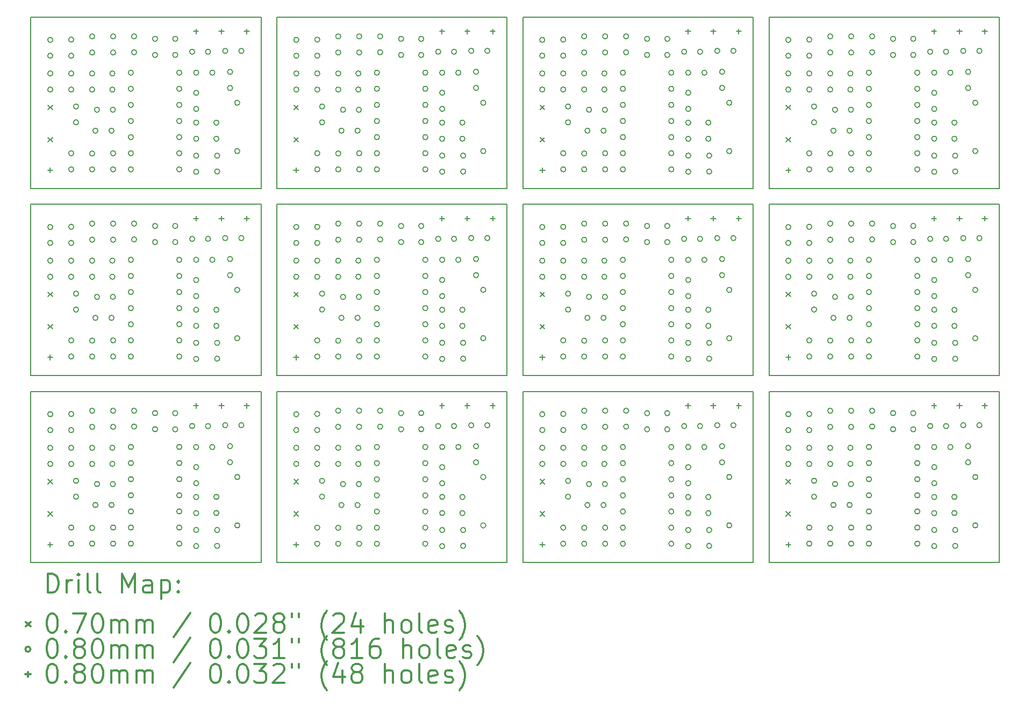
<source format=gbr>
%FSLAX45Y45*%
G04 Gerber Fmt 4.5, Leading zero omitted, Abs format (unit mm)*
G04 Created by KiCad (PCBNEW 4.0.6-e0-6349~53~ubuntu16.04.1) date Thu Mar 16 16:11:15 2017*
%MOMM*%
%LPD*%
G01*
G04 APERTURE LIST*
%ADD10C,0.127000*%
%ADD11C,0.150000*%
%ADD12C,0.200000*%
%ADD13C,0.300000*%
G04 APERTURE END LIST*
D10*
D11*
X16750080Y-10100292D02*
X13125080Y-10100292D01*
X16750080Y-7150292D02*
X13125080Y-7150292D01*
X16750080Y-4200292D02*
X13125080Y-4200292D01*
X12875080Y-10100292D02*
X9250080Y-10100292D01*
X12875080Y-7150292D02*
X9250080Y-7150292D01*
X12875080Y-4200292D02*
X9250080Y-4200292D01*
X9000080Y-10100292D02*
X5375080Y-10100292D01*
X9000080Y-7150292D02*
X5375080Y-7150292D01*
X9000080Y-4200292D02*
X5375080Y-4200292D01*
X5125080Y-10100292D02*
X1500080Y-10100292D01*
X5125080Y-7150292D02*
X1500080Y-7150292D01*
X16750080Y-7400292D02*
X16750080Y-10100292D01*
X16750080Y-4450292D02*
X16750080Y-7150292D01*
X16750080Y-1500292D02*
X16750080Y-4200292D01*
X12875080Y-7400292D02*
X12875080Y-10100292D01*
X12875080Y-4450292D02*
X12875080Y-7150292D01*
X12875080Y-1500292D02*
X12875080Y-4200292D01*
X9000080Y-7400292D02*
X9000080Y-10100292D01*
X9000080Y-4450292D02*
X9000080Y-7150292D01*
X9000080Y-1500292D02*
X9000080Y-4200292D01*
X5125080Y-7400292D02*
X5125080Y-10100292D01*
X5125080Y-4450292D02*
X5125080Y-7150292D01*
X13125080Y-10100292D02*
X13125080Y-7400292D01*
X13125080Y-7150292D02*
X13125080Y-4450292D01*
X13125080Y-4200292D02*
X13125080Y-1500292D01*
X9250080Y-10100292D02*
X9250080Y-7400292D01*
X9250080Y-7150292D02*
X9250080Y-4450292D01*
X9250080Y-4200292D02*
X9250080Y-1500292D01*
X5375080Y-10100292D02*
X5375080Y-7400292D01*
X5375080Y-7150292D02*
X5375080Y-4450292D01*
X5375080Y-4200292D02*
X5375080Y-1500292D01*
X1500080Y-10100292D02*
X1500080Y-7400292D01*
X1500080Y-7150292D02*
X1500080Y-4450292D01*
X16750080Y-7400292D02*
X13125080Y-7400292D01*
X16750080Y-4450292D02*
X13125080Y-4450292D01*
X16750080Y-1500292D02*
X13125080Y-1500292D01*
X12875080Y-7400292D02*
X9250080Y-7400292D01*
X12875080Y-4450292D02*
X9250080Y-4450292D01*
X12875080Y-1500292D02*
X9250080Y-1500292D01*
X9000080Y-7400292D02*
X5375080Y-7400292D01*
X9000080Y-4450292D02*
X5375080Y-4450292D01*
X9000080Y-1500292D02*
X5375080Y-1500292D01*
X5125080Y-7400292D02*
X1500080Y-7400292D01*
X5125080Y-4450292D02*
X1500080Y-4450292D01*
X5125080Y-1500292D02*
X1500080Y-1500292D01*
X5125080Y-4200292D02*
X1500080Y-4200292D01*
X5125080Y-1500292D02*
X5125080Y-4200292D01*
X1500080Y-4200292D02*
X1500080Y-1500292D01*
D12*
X1769880Y-2887692D02*
X1839880Y-2957692D01*
X1839880Y-2887692D02*
X1769880Y-2957692D01*
X1769880Y-3395692D02*
X1839880Y-3465692D01*
X1839880Y-3395692D02*
X1769880Y-3465692D01*
X1769880Y-5837692D02*
X1839880Y-5907692D01*
X1839880Y-5837692D02*
X1769880Y-5907692D01*
X1769880Y-6345692D02*
X1839880Y-6415692D01*
X1839880Y-6345692D02*
X1769880Y-6415692D01*
X1769880Y-8787692D02*
X1839880Y-8857692D01*
X1839880Y-8787692D02*
X1769880Y-8857692D01*
X1769880Y-9295692D02*
X1839880Y-9365692D01*
X1839880Y-9295692D02*
X1769880Y-9365692D01*
X5644880Y-2887692D02*
X5714880Y-2957692D01*
X5714880Y-2887692D02*
X5644880Y-2957692D01*
X5644880Y-3395692D02*
X5714880Y-3465692D01*
X5714880Y-3395692D02*
X5644880Y-3465692D01*
X5644880Y-5837692D02*
X5714880Y-5907692D01*
X5714880Y-5837692D02*
X5644880Y-5907692D01*
X5644880Y-6345692D02*
X5714880Y-6415692D01*
X5714880Y-6345692D02*
X5644880Y-6415692D01*
X5644880Y-8787692D02*
X5714880Y-8857692D01*
X5714880Y-8787692D02*
X5644880Y-8857692D01*
X5644880Y-9295692D02*
X5714880Y-9365692D01*
X5714880Y-9295692D02*
X5644880Y-9365692D01*
X9519880Y-2887692D02*
X9589880Y-2957692D01*
X9589880Y-2887692D02*
X9519880Y-2957692D01*
X9519880Y-3395692D02*
X9589880Y-3465692D01*
X9589880Y-3395692D02*
X9519880Y-3465692D01*
X9519880Y-5837692D02*
X9589880Y-5907692D01*
X9589880Y-5837692D02*
X9519880Y-5907692D01*
X9519880Y-6345692D02*
X9589880Y-6415692D01*
X9589880Y-6345692D02*
X9519880Y-6415692D01*
X9519880Y-8787692D02*
X9589880Y-8857692D01*
X9589880Y-8787692D02*
X9519880Y-8857692D01*
X9519880Y-9295692D02*
X9589880Y-9365692D01*
X9589880Y-9295692D02*
X9519880Y-9365692D01*
X13394880Y-2887692D02*
X13464880Y-2957692D01*
X13464880Y-2887692D02*
X13394880Y-2957692D01*
X13394880Y-3395692D02*
X13464880Y-3465692D01*
X13464880Y-3395692D02*
X13394880Y-3465692D01*
X13394880Y-5837692D02*
X13464880Y-5907692D01*
X13464880Y-5837692D02*
X13394880Y-5907692D01*
X13394880Y-6345692D02*
X13464880Y-6415692D01*
X13464880Y-6345692D02*
X13394880Y-6415692D01*
X13394880Y-8787692D02*
X13464880Y-8857692D01*
X13464880Y-8787692D02*
X13394880Y-8857692D01*
X13394880Y-9295692D02*
X13464880Y-9365692D01*
X13464880Y-9295692D02*
X13394880Y-9365692D01*
X1844880Y-1859892D02*
G75*
G03X1844880Y-1859892I-40000J0D01*
G01*
X1844880Y-2109892D02*
G75*
G03X1844880Y-2109892I-40000J0D01*
G01*
X1844880Y-2389292D02*
G75*
G03X1844880Y-2389292I-40000J0D01*
G01*
X1844880Y-2643292D02*
G75*
G03X1844880Y-2643292I-40000J0D01*
G01*
X1844880Y-4809892D02*
G75*
G03X1844880Y-4809892I-40000J0D01*
G01*
X1844880Y-5059892D02*
G75*
G03X1844880Y-5059892I-40000J0D01*
G01*
X1844880Y-5339292D02*
G75*
G03X1844880Y-5339292I-40000J0D01*
G01*
X1844880Y-5593292D02*
G75*
G03X1844880Y-5593292I-40000J0D01*
G01*
X1844880Y-7759892D02*
G75*
G03X1844880Y-7759892I-40000J0D01*
G01*
X1844880Y-8009892D02*
G75*
G03X1844880Y-8009892I-40000J0D01*
G01*
X1844880Y-8289292D02*
G75*
G03X1844880Y-8289292I-40000J0D01*
G01*
X1844880Y-8543292D02*
G75*
G03X1844880Y-8543292I-40000J0D01*
G01*
X2175080Y-1855892D02*
G75*
G03X2175080Y-1855892I-40000J0D01*
G01*
X2175080Y-2109892D02*
G75*
G03X2175080Y-2109892I-40000J0D01*
G01*
X2175080Y-2389292D02*
G75*
G03X2175080Y-2389292I-40000J0D01*
G01*
X2175080Y-2643292D02*
G75*
G03X2175080Y-2643292I-40000J0D01*
G01*
X2175080Y-3646592D02*
G75*
G03X2175080Y-3646592I-40000J0D01*
G01*
X2175080Y-3900592D02*
G75*
G03X2175080Y-3900592I-40000J0D01*
G01*
X2175080Y-4805892D02*
G75*
G03X2175080Y-4805892I-40000J0D01*
G01*
X2175080Y-5059892D02*
G75*
G03X2175080Y-5059892I-40000J0D01*
G01*
X2175080Y-5339292D02*
G75*
G03X2175080Y-5339292I-40000J0D01*
G01*
X2175080Y-5593292D02*
G75*
G03X2175080Y-5593292I-40000J0D01*
G01*
X2175080Y-6596592D02*
G75*
G03X2175080Y-6596592I-40000J0D01*
G01*
X2175080Y-6850592D02*
G75*
G03X2175080Y-6850592I-40000J0D01*
G01*
X2175080Y-7755892D02*
G75*
G03X2175080Y-7755892I-40000J0D01*
G01*
X2175080Y-8009892D02*
G75*
G03X2175080Y-8009892I-40000J0D01*
G01*
X2175080Y-8289292D02*
G75*
G03X2175080Y-8289292I-40000J0D01*
G01*
X2175080Y-8543292D02*
G75*
G03X2175080Y-8543292I-40000J0D01*
G01*
X2175080Y-9546592D02*
G75*
G03X2175080Y-9546592I-40000J0D01*
G01*
X2175080Y-9800592D02*
G75*
G03X2175080Y-9800592I-40000J0D01*
G01*
X2251280Y-2909992D02*
G75*
G03X2251280Y-2909992I-40000J0D01*
G01*
X2251280Y-3159992D02*
G75*
G03X2251280Y-3159992I-40000J0D01*
G01*
X2251280Y-5859992D02*
G75*
G03X2251280Y-5859992I-40000J0D01*
G01*
X2251280Y-6109992D02*
G75*
G03X2251280Y-6109992I-40000J0D01*
G01*
X2251280Y-8809992D02*
G75*
G03X2251280Y-8809992I-40000J0D01*
G01*
X2251280Y-9059992D02*
G75*
G03X2251280Y-9059992I-40000J0D01*
G01*
X2505280Y-1805092D02*
G75*
G03X2505280Y-1805092I-40000J0D01*
G01*
X2505280Y-2059092D02*
G75*
G03X2505280Y-2059092I-40000J0D01*
G01*
X2505280Y-2389292D02*
G75*
G03X2505280Y-2389292I-40000J0D01*
G01*
X2505280Y-2643292D02*
G75*
G03X2505280Y-2643292I-40000J0D01*
G01*
X2505280Y-3650592D02*
G75*
G03X2505280Y-3650592I-40000J0D01*
G01*
X2505280Y-3900592D02*
G75*
G03X2505280Y-3900592I-40000J0D01*
G01*
X2505280Y-4755092D02*
G75*
G03X2505280Y-4755092I-40000J0D01*
G01*
X2505280Y-5009092D02*
G75*
G03X2505280Y-5009092I-40000J0D01*
G01*
X2505280Y-5339292D02*
G75*
G03X2505280Y-5339292I-40000J0D01*
G01*
X2505280Y-5593292D02*
G75*
G03X2505280Y-5593292I-40000J0D01*
G01*
X2505280Y-6600592D02*
G75*
G03X2505280Y-6600592I-40000J0D01*
G01*
X2505280Y-6850592D02*
G75*
G03X2505280Y-6850592I-40000J0D01*
G01*
X2505280Y-7705092D02*
G75*
G03X2505280Y-7705092I-40000J0D01*
G01*
X2505280Y-7959092D02*
G75*
G03X2505280Y-7959092I-40000J0D01*
G01*
X2505280Y-8289292D02*
G75*
G03X2505280Y-8289292I-40000J0D01*
G01*
X2505280Y-8543292D02*
G75*
G03X2505280Y-8543292I-40000J0D01*
G01*
X2505280Y-9550592D02*
G75*
G03X2505280Y-9550592I-40000J0D01*
G01*
X2505280Y-9800592D02*
G75*
G03X2505280Y-9800592I-40000J0D01*
G01*
X2556080Y-3290992D02*
G75*
G03X2556080Y-3290992I-40000J0D01*
G01*
X2556080Y-6240992D02*
G75*
G03X2556080Y-6240992I-40000J0D01*
G01*
X2556080Y-9190992D02*
G75*
G03X2556080Y-9190992I-40000J0D01*
G01*
X2581480Y-2960792D02*
G75*
G03X2581480Y-2960792I-40000J0D01*
G01*
X2581480Y-5910792D02*
G75*
G03X2581480Y-5910792I-40000J0D01*
G01*
X2581480Y-8860792D02*
G75*
G03X2581480Y-8860792I-40000J0D01*
G01*
X2810080Y-3290992D02*
G75*
G03X2810080Y-3290992I-40000J0D01*
G01*
X2810080Y-6240992D02*
G75*
G03X2810080Y-6240992I-40000J0D01*
G01*
X2810080Y-9190992D02*
G75*
G03X2810080Y-9190992I-40000J0D01*
G01*
X2822780Y-2389292D02*
G75*
G03X2822780Y-2389292I-40000J0D01*
G01*
X2822780Y-2643292D02*
G75*
G03X2822780Y-2643292I-40000J0D01*
G01*
X2822780Y-5339292D02*
G75*
G03X2822780Y-5339292I-40000J0D01*
G01*
X2822780Y-5593292D02*
G75*
G03X2822780Y-5593292I-40000J0D01*
G01*
X2822780Y-8289292D02*
G75*
G03X2822780Y-8289292I-40000J0D01*
G01*
X2822780Y-8543292D02*
G75*
G03X2822780Y-8543292I-40000J0D01*
G01*
X2831480Y-2960792D02*
G75*
G03X2831480Y-2960792I-40000J0D01*
G01*
X2831480Y-5910792D02*
G75*
G03X2831480Y-5910792I-40000J0D01*
G01*
X2831480Y-8860792D02*
G75*
G03X2831480Y-8860792I-40000J0D01*
G01*
X2835480Y-1805092D02*
G75*
G03X2835480Y-1805092I-40000J0D01*
G01*
X2835480Y-2059092D02*
G75*
G03X2835480Y-2059092I-40000J0D01*
G01*
X2835480Y-3646592D02*
G75*
G03X2835480Y-3646592I-40000J0D01*
G01*
X2835480Y-3900592D02*
G75*
G03X2835480Y-3900592I-40000J0D01*
G01*
X2835480Y-4755092D02*
G75*
G03X2835480Y-4755092I-40000J0D01*
G01*
X2835480Y-5009092D02*
G75*
G03X2835480Y-5009092I-40000J0D01*
G01*
X2835480Y-6596592D02*
G75*
G03X2835480Y-6596592I-40000J0D01*
G01*
X2835480Y-6850592D02*
G75*
G03X2835480Y-6850592I-40000J0D01*
G01*
X2835480Y-7705092D02*
G75*
G03X2835480Y-7705092I-40000J0D01*
G01*
X2835480Y-7959092D02*
G75*
G03X2835480Y-7959092I-40000J0D01*
G01*
X2835480Y-9546592D02*
G75*
G03X2835480Y-9546592I-40000J0D01*
G01*
X2835480Y-9800592D02*
G75*
G03X2835480Y-9800592I-40000J0D01*
G01*
X3114880Y-2376592D02*
G75*
G03X3114880Y-2376592I-40000J0D01*
G01*
X3114880Y-2630592D02*
G75*
G03X3114880Y-2630592I-40000J0D01*
G01*
X3114880Y-2884592D02*
G75*
G03X3114880Y-2884592I-40000J0D01*
G01*
X3114880Y-3138592D02*
G75*
G03X3114880Y-3138592I-40000J0D01*
G01*
X3114880Y-3392592D02*
G75*
G03X3114880Y-3392592I-40000J0D01*
G01*
X3114880Y-3646592D02*
G75*
G03X3114880Y-3646592I-40000J0D01*
G01*
X3114880Y-3900592D02*
G75*
G03X3114880Y-3900592I-40000J0D01*
G01*
X3114880Y-5326592D02*
G75*
G03X3114880Y-5326592I-40000J0D01*
G01*
X3114880Y-5580592D02*
G75*
G03X3114880Y-5580592I-40000J0D01*
G01*
X3114880Y-5834592D02*
G75*
G03X3114880Y-5834592I-40000J0D01*
G01*
X3114880Y-6088592D02*
G75*
G03X3114880Y-6088592I-40000J0D01*
G01*
X3114880Y-6342592D02*
G75*
G03X3114880Y-6342592I-40000J0D01*
G01*
X3114880Y-6596592D02*
G75*
G03X3114880Y-6596592I-40000J0D01*
G01*
X3114880Y-6850592D02*
G75*
G03X3114880Y-6850592I-40000J0D01*
G01*
X3114880Y-8276592D02*
G75*
G03X3114880Y-8276592I-40000J0D01*
G01*
X3114880Y-8530592D02*
G75*
G03X3114880Y-8530592I-40000J0D01*
G01*
X3114880Y-8784592D02*
G75*
G03X3114880Y-8784592I-40000J0D01*
G01*
X3114880Y-9038592D02*
G75*
G03X3114880Y-9038592I-40000J0D01*
G01*
X3114880Y-9292592D02*
G75*
G03X3114880Y-9292592I-40000J0D01*
G01*
X3114880Y-9546592D02*
G75*
G03X3114880Y-9546592I-40000J0D01*
G01*
X3114880Y-9800592D02*
G75*
G03X3114880Y-9800592I-40000J0D01*
G01*
X3165680Y-1805092D02*
G75*
G03X3165680Y-1805092I-40000J0D01*
G01*
X3165680Y-2055092D02*
G75*
G03X3165680Y-2055092I-40000J0D01*
G01*
X3165680Y-4755092D02*
G75*
G03X3165680Y-4755092I-40000J0D01*
G01*
X3165680Y-5005092D02*
G75*
G03X3165680Y-5005092I-40000J0D01*
G01*
X3165680Y-7705092D02*
G75*
G03X3165680Y-7705092I-40000J0D01*
G01*
X3165680Y-7955092D02*
G75*
G03X3165680Y-7955092I-40000J0D01*
G01*
X3495880Y-1843192D02*
G75*
G03X3495880Y-1843192I-40000J0D01*
G01*
X3495880Y-2097192D02*
G75*
G03X3495880Y-2097192I-40000J0D01*
G01*
X3495880Y-4793192D02*
G75*
G03X3495880Y-4793192I-40000J0D01*
G01*
X3495880Y-5047192D02*
G75*
G03X3495880Y-5047192I-40000J0D01*
G01*
X3495880Y-7743192D02*
G75*
G03X3495880Y-7743192I-40000J0D01*
G01*
X3495880Y-7997192D02*
G75*
G03X3495880Y-7997192I-40000J0D01*
G01*
X3813380Y-1843192D02*
G75*
G03X3813380Y-1843192I-40000J0D01*
G01*
X3813380Y-2097192D02*
G75*
G03X3813380Y-2097192I-40000J0D01*
G01*
X3813380Y-4793192D02*
G75*
G03X3813380Y-4793192I-40000J0D01*
G01*
X3813380Y-5047192D02*
G75*
G03X3813380Y-5047192I-40000J0D01*
G01*
X3813380Y-7743192D02*
G75*
G03X3813380Y-7743192I-40000J0D01*
G01*
X3813380Y-7997192D02*
G75*
G03X3813380Y-7997192I-40000J0D01*
G01*
X3876880Y-2376592D02*
G75*
G03X3876880Y-2376592I-40000J0D01*
G01*
X3876880Y-2630592D02*
G75*
G03X3876880Y-2630592I-40000J0D01*
G01*
X3876880Y-2884592D02*
G75*
G03X3876880Y-2884592I-40000J0D01*
G01*
X3876880Y-3138592D02*
G75*
G03X3876880Y-3138592I-40000J0D01*
G01*
X3876880Y-3392592D02*
G75*
G03X3876880Y-3392592I-40000J0D01*
G01*
X3876880Y-3646592D02*
G75*
G03X3876880Y-3646592I-40000J0D01*
G01*
X3876880Y-3900592D02*
G75*
G03X3876880Y-3900592I-40000J0D01*
G01*
X3876880Y-5326592D02*
G75*
G03X3876880Y-5326592I-40000J0D01*
G01*
X3876880Y-5580592D02*
G75*
G03X3876880Y-5580592I-40000J0D01*
G01*
X3876880Y-5834592D02*
G75*
G03X3876880Y-5834592I-40000J0D01*
G01*
X3876880Y-6088592D02*
G75*
G03X3876880Y-6088592I-40000J0D01*
G01*
X3876880Y-6342592D02*
G75*
G03X3876880Y-6342592I-40000J0D01*
G01*
X3876880Y-6596592D02*
G75*
G03X3876880Y-6596592I-40000J0D01*
G01*
X3876880Y-6850592D02*
G75*
G03X3876880Y-6850592I-40000J0D01*
G01*
X3876880Y-8276592D02*
G75*
G03X3876880Y-8276592I-40000J0D01*
G01*
X3876880Y-8530592D02*
G75*
G03X3876880Y-8530592I-40000J0D01*
G01*
X3876880Y-8784592D02*
G75*
G03X3876880Y-8784592I-40000J0D01*
G01*
X3876880Y-9038592D02*
G75*
G03X3876880Y-9038592I-40000J0D01*
G01*
X3876880Y-9292592D02*
G75*
G03X3876880Y-9292592I-40000J0D01*
G01*
X3876880Y-9546592D02*
G75*
G03X3876880Y-9546592I-40000J0D01*
G01*
X3876880Y-9800592D02*
G75*
G03X3876880Y-9800592I-40000J0D01*
G01*
X4080080Y-2046392D02*
G75*
G03X4080080Y-2046392I-40000J0D01*
G01*
X4080080Y-4996392D02*
G75*
G03X4080080Y-4996392I-40000J0D01*
G01*
X4080080Y-7946392D02*
G75*
G03X4080080Y-7946392I-40000J0D01*
G01*
X4143580Y-2376592D02*
G75*
G03X4143580Y-2376592I-40000J0D01*
G01*
X4143580Y-2694092D02*
G75*
G03X4143580Y-2694092I-40000J0D01*
G01*
X4143580Y-2948092D02*
G75*
G03X4143580Y-2948092I-40000J0D01*
G01*
X4143580Y-3163992D02*
G75*
G03X4143580Y-3163992I-40000J0D01*
G01*
X4143580Y-3417992D02*
G75*
G03X4143580Y-3417992I-40000J0D01*
G01*
X4143580Y-3684692D02*
G75*
G03X4143580Y-3684692I-40000J0D01*
G01*
X4143580Y-3938692D02*
G75*
G03X4143580Y-3938692I-40000J0D01*
G01*
X4143580Y-5326592D02*
G75*
G03X4143580Y-5326592I-40000J0D01*
G01*
X4143580Y-5644092D02*
G75*
G03X4143580Y-5644092I-40000J0D01*
G01*
X4143580Y-5898092D02*
G75*
G03X4143580Y-5898092I-40000J0D01*
G01*
X4143580Y-6113992D02*
G75*
G03X4143580Y-6113992I-40000J0D01*
G01*
X4143580Y-6367992D02*
G75*
G03X4143580Y-6367992I-40000J0D01*
G01*
X4143580Y-6634692D02*
G75*
G03X4143580Y-6634692I-40000J0D01*
G01*
X4143580Y-6888692D02*
G75*
G03X4143580Y-6888692I-40000J0D01*
G01*
X4143580Y-8276592D02*
G75*
G03X4143580Y-8276592I-40000J0D01*
G01*
X4143580Y-8594092D02*
G75*
G03X4143580Y-8594092I-40000J0D01*
G01*
X4143580Y-8848092D02*
G75*
G03X4143580Y-8848092I-40000J0D01*
G01*
X4143580Y-9063992D02*
G75*
G03X4143580Y-9063992I-40000J0D01*
G01*
X4143580Y-9317992D02*
G75*
G03X4143580Y-9317992I-40000J0D01*
G01*
X4143580Y-9584692D02*
G75*
G03X4143580Y-9584692I-40000J0D01*
G01*
X4143580Y-9838692D02*
G75*
G03X4143580Y-9838692I-40000J0D01*
G01*
X4330080Y-2046392D02*
G75*
G03X4330080Y-2046392I-40000J0D01*
G01*
X4330080Y-4996392D02*
G75*
G03X4330080Y-4996392I-40000J0D01*
G01*
X4330080Y-7946392D02*
G75*
G03X4330080Y-7946392I-40000J0D01*
G01*
X4397580Y-2376592D02*
G75*
G03X4397580Y-2376592I-40000J0D01*
G01*
X4397580Y-5326592D02*
G75*
G03X4397580Y-5326592I-40000J0D01*
G01*
X4397580Y-8276592D02*
G75*
G03X4397580Y-8276592I-40000J0D01*
G01*
X4461080Y-3163992D02*
G75*
G03X4461080Y-3163992I-40000J0D01*
G01*
X4461080Y-3417992D02*
G75*
G03X4461080Y-3417992I-40000J0D01*
G01*
X4461080Y-6113992D02*
G75*
G03X4461080Y-6113992I-40000J0D01*
G01*
X4461080Y-6367992D02*
G75*
G03X4461080Y-6367992I-40000J0D01*
G01*
X4461080Y-9063992D02*
G75*
G03X4461080Y-9063992I-40000J0D01*
G01*
X4461080Y-9317992D02*
G75*
G03X4461080Y-9317992I-40000J0D01*
G01*
X4473780Y-3684692D02*
G75*
G03X4473780Y-3684692I-40000J0D01*
G01*
X4473780Y-3934692D02*
G75*
G03X4473780Y-3934692I-40000J0D01*
G01*
X4473780Y-6634692D02*
G75*
G03X4473780Y-6634692I-40000J0D01*
G01*
X4473780Y-6884692D02*
G75*
G03X4473780Y-6884692I-40000J0D01*
G01*
X4473780Y-9584692D02*
G75*
G03X4473780Y-9584692I-40000J0D01*
G01*
X4473780Y-9834692D02*
G75*
G03X4473780Y-9834692I-40000J0D01*
G01*
X4600780Y-2033692D02*
G75*
G03X4600780Y-2033692I-40000J0D01*
G01*
X4600780Y-4983692D02*
G75*
G03X4600780Y-4983692I-40000J0D01*
G01*
X4600780Y-7933692D02*
G75*
G03X4600780Y-7933692I-40000J0D01*
G01*
X4676980Y-2363892D02*
G75*
G03X4676980Y-2363892I-40000J0D01*
G01*
X4676980Y-2617892D02*
G75*
G03X4676980Y-2617892I-40000J0D01*
G01*
X4676980Y-5313892D02*
G75*
G03X4676980Y-5313892I-40000J0D01*
G01*
X4676980Y-5567892D02*
G75*
G03X4676980Y-5567892I-40000J0D01*
G01*
X4676980Y-8263892D02*
G75*
G03X4676980Y-8263892I-40000J0D01*
G01*
X4676980Y-8517892D02*
G75*
G03X4676980Y-8517892I-40000J0D01*
G01*
X4790080Y-2850292D02*
G75*
G03X4790080Y-2850292I-40000J0D01*
G01*
X4790080Y-3612292D02*
G75*
G03X4790080Y-3612292I-40000J0D01*
G01*
X4790080Y-5800292D02*
G75*
G03X4790080Y-5800292I-40000J0D01*
G01*
X4790080Y-6562292D02*
G75*
G03X4790080Y-6562292I-40000J0D01*
G01*
X4790080Y-8750292D02*
G75*
G03X4790080Y-8750292I-40000J0D01*
G01*
X4790080Y-9512292D02*
G75*
G03X4790080Y-9512292I-40000J0D01*
G01*
X4854780Y-2033692D02*
G75*
G03X4854780Y-2033692I-40000J0D01*
G01*
X4854780Y-4983692D02*
G75*
G03X4854780Y-4983692I-40000J0D01*
G01*
X4854780Y-7933692D02*
G75*
G03X4854780Y-7933692I-40000J0D01*
G01*
X5719880Y-1859892D02*
G75*
G03X5719880Y-1859892I-40000J0D01*
G01*
X5719880Y-2109892D02*
G75*
G03X5719880Y-2109892I-40000J0D01*
G01*
X5719880Y-2389292D02*
G75*
G03X5719880Y-2389292I-40000J0D01*
G01*
X5719880Y-2643292D02*
G75*
G03X5719880Y-2643292I-40000J0D01*
G01*
X5719880Y-4809892D02*
G75*
G03X5719880Y-4809892I-40000J0D01*
G01*
X5719880Y-5059892D02*
G75*
G03X5719880Y-5059892I-40000J0D01*
G01*
X5719880Y-5339292D02*
G75*
G03X5719880Y-5339292I-40000J0D01*
G01*
X5719880Y-5593292D02*
G75*
G03X5719880Y-5593292I-40000J0D01*
G01*
X5719880Y-7759892D02*
G75*
G03X5719880Y-7759892I-40000J0D01*
G01*
X5719880Y-8009892D02*
G75*
G03X5719880Y-8009892I-40000J0D01*
G01*
X5719880Y-8289292D02*
G75*
G03X5719880Y-8289292I-40000J0D01*
G01*
X5719880Y-8543292D02*
G75*
G03X5719880Y-8543292I-40000J0D01*
G01*
X6050080Y-1855892D02*
G75*
G03X6050080Y-1855892I-40000J0D01*
G01*
X6050080Y-2109892D02*
G75*
G03X6050080Y-2109892I-40000J0D01*
G01*
X6050080Y-2389292D02*
G75*
G03X6050080Y-2389292I-40000J0D01*
G01*
X6050080Y-2643292D02*
G75*
G03X6050080Y-2643292I-40000J0D01*
G01*
X6050080Y-3646592D02*
G75*
G03X6050080Y-3646592I-40000J0D01*
G01*
X6050080Y-3900592D02*
G75*
G03X6050080Y-3900592I-40000J0D01*
G01*
X6050080Y-4805892D02*
G75*
G03X6050080Y-4805892I-40000J0D01*
G01*
X6050080Y-5059892D02*
G75*
G03X6050080Y-5059892I-40000J0D01*
G01*
X6050080Y-5339292D02*
G75*
G03X6050080Y-5339292I-40000J0D01*
G01*
X6050080Y-5593292D02*
G75*
G03X6050080Y-5593292I-40000J0D01*
G01*
X6050080Y-6596592D02*
G75*
G03X6050080Y-6596592I-40000J0D01*
G01*
X6050080Y-6850592D02*
G75*
G03X6050080Y-6850592I-40000J0D01*
G01*
X6050080Y-7755892D02*
G75*
G03X6050080Y-7755892I-40000J0D01*
G01*
X6050080Y-8009892D02*
G75*
G03X6050080Y-8009892I-40000J0D01*
G01*
X6050080Y-8289292D02*
G75*
G03X6050080Y-8289292I-40000J0D01*
G01*
X6050080Y-8543292D02*
G75*
G03X6050080Y-8543292I-40000J0D01*
G01*
X6050080Y-9546592D02*
G75*
G03X6050080Y-9546592I-40000J0D01*
G01*
X6050080Y-9800592D02*
G75*
G03X6050080Y-9800592I-40000J0D01*
G01*
X6126280Y-2909992D02*
G75*
G03X6126280Y-2909992I-40000J0D01*
G01*
X6126280Y-3159992D02*
G75*
G03X6126280Y-3159992I-40000J0D01*
G01*
X6126280Y-5859992D02*
G75*
G03X6126280Y-5859992I-40000J0D01*
G01*
X6126280Y-6109992D02*
G75*
G03X6126280Y-6109992I-40000J0D01*
G01*
X6126280Y-8809992D02*
G75*
G03X6126280Y-8809992I-40000J0D01*
G01*
X6126280Y-9059992D02*
G75*
G03X6126280Y-9059992I-40000J0D01*
G01*
X6380280Y-1805092D02*
G75*
G03X6380280Y-1805092I-40000J0D01*
G01*
X6380280Y-2059092D02*
G75*
G03X6380280Y-2059092I-40000J0D01*
G01*
X6380280Y-2389292D02*
G75*
G03X6380280Y-2389292I-40000J0D01*
G01*
X6380280Y-2643292D02*
G75*
G03X6380280Y-2643292I-40000J0D01*
G01*
X6380280Y-3650592D02*
G75*
G03X6380280Y-3650592I-40000J0D01*
G01*
X6380280Y-3900592D02*
G75*
G03X6380280Y-3900592I-40000J0D01*
G01*
X6380280Y-4755092D02*
G75*
G03X6380280Y-4755092I-40000J0D01*
G01*
X6380280Y-5009092D02*
G75*
G03X6380280Y-5009092I-40000J0D01*
G01*
X6380280Y-5339292D02*
G75*
G03X6380280Y-5339292I-40000J0D01*
G01*
X6380280Y-5593292D02*
G75*
G03X6380280Y-5593292I-40000J0D01*
G01*
X6380280Y-6600592D02*
G75*
G03X6380280Y-6600592I-40000J0D01*
G01*
X6380280Y-6850592D02*
G75*
G03X6380280Y-6850592I-40000J0D01*
G01*
X6380280Y-7705092D02*
G75*
G03X6380280Y-7705092I-40000J0D01*
G01*
X6380280Y-7959092D02*
G75*
G03X6380280Y-7959092I-40000J0D01*
G01*
X6380280Y-8289292D02*
G75*
G03X6380280Y-8289292I-40000J0D01*
G01*
X6380280Y-8543292D02*
G75*
G03X6380280Y-8543292I-40000J0D01*
G01*
X6380280Y-9550592D02*
G75*
G03X6380280Y-9550592I-40000J0D01*
G01*
X6380280Y-9800592D02*
G75*
G03X6380280Y-9800592I-40000J0D01*
G01*
X6431080Y-3290992D02*
G75*
G03X6431080Y-3290992I-40000J0D01*
G01*
X6431080Y-6240992D02*
G75*
G03X6431080Y-6240992I-40000J0D01*
G01*
X6431080Y-9190992D02*
G75*
G03X6431080Y-9190992I-40000J0D01*
G01*
X6456480Y-2960792D02*
G75*
G03X6456480Y-2960792I-40000J0D01*
G01*
X6456480Y-5910792D02*
G75*
G03X6456480Y-5910792I-40000J0D01*
G01*
X6456480Y-8860792D02*
G75*
G03X6456480Y-8860792I-40000J0D01*
G01*
X6685080Y-3290992D02*
G75*
G03X6685080Y-3290992I-40000J0D01*
G01*
X6685080Y-6240992D02*
G75*
G03X6685080Y-6240992I-40000J0D01*
G01*
X6685080Y-9190992D02*
G75*
G03X6685080Y-9190992I-40000J0D01*
G01*
X6697780Y-2389292D02*
G75*
G03X6697780Y-2389292I-40000J0D01*
G01*
X6697780Y-2643292D02*
G75*
G03X6697780Y-2643292I-40000J0D01*
G01*
X6697780Y-5339292D02*
G75*
G03X6697780Y-5339292I-40000J0D01*
G01*
X6697780Y-5593292D02*
G75*
G03X6697780Y-5593292I-40000J0D01*
G01*
X6697780Y-8289292D02*
G75*
G03X6697780Y-8289292I-40000J0D01*
G01*
X6697780Y-8543292D02*
G75*
G03X6697780Y-8543292I-40000J0D01*
G01*
X6706480Y-2960792D02*
G75*
G03X6706480Y-2960792I-40000J0D01*
G01*
X6706480Y-5910792D02*
G75*
G03X6706480Y-5910792I-40000J0D01*
G01*
X6706480Y-8860792D02*
G75*
G03X6706480Y-8860792I-40000J0D01*
G01*
X6710480Y-1805092D02*
G75*
G03X6710480Y-1805092I-40000J0D01*
G01*
X6710480Y-2059092D02*
G75*
G03X6710480Y-2059092I-40000J0D01*
G01*
X6710480Y-3646592D02*
G75*
G03X6710480Y-3646592I-40000J0D01*
G01*
X6710480Y-3900592D02*
G75*
G03X6710480Y-3900592I-40000J0D01*
G01*
X6710480Y-4755092D02*
G75*
G03X6710480Y-4755092I-40000J0D01*
G01*
X6710480Y-5009092D02*
G75*
G03X6710480Y-5009092I-40000J0D01*
G01*
X6710480Y-6596592D02*
G75*
G03X6710480Y-6596592I-40000J0D01*
G01*
X6710480Y-6850592D02*
G75*
G03X6710480Y-6850592I-40000J0D01*
G01*
X6710480Y-7705092D02*
G75*
G03X6710480Y-7705092I-40000J0D01*
G01*
X6710480Y-7959092D02*
G75*
G03X6710480Y-7959092I-40000J0D01*
G01*
X6710480Y-9546592D02*
G75*
G03X6710480Y-9546592I-40000J0D01*
G01*
X6710480Y-9800592D02*
G75*
G03X6710480Y-9800592I-40000J0D01*
G01*
X6989880Y-2376592D02*
G75*
G03X6989880Y-2376592I-40000J0D01*
G01*
X6989880Y-2630592D02*
G75*
G03X6989880Y-2630592I-40000J0D01*
G01*
X6989880Y-2884592D02*
G75*
G03X6989880Y-2884592I-40000J0D01*
G01*
X6989880Y-3138592D02*
G75*
G03X6989880Y-3138592I-40000J0D01*
G01*
X6989880Y-3392592D02*
G75*
G03X6989880Y-3392592I-40000J0D01*
G01*
X6989880Y-3646592D02*
G75*
G03X6989880Y-3646592I-40000J0D01*
G01*
X6989880Y-3900592D02*
G75*
G03X6989880Y-3900592I-40000J0D01*
G01*
X6989880Y-5326592D02*
G75*
G03X6989880Y-5326592I-40000J0D01*
G01*
X6989880Y-5580592D02*
G75*
G03X6989880Y-5580592I-40000J0D01*
G01*
X6989880Y-5834592D02*
G75*
G03X6989880Y-5834592I-40000J0D01*
G01*
X6989880Y-6088592D02*
G75*
G03X6989880Y-6088592I-40000J0D01*
G01*
X6989880Y-6342592D02*
G75*
G03X6989880Y-6342592I-40000J0D01*
G01*
X6989880Y-6596592D02*
G75*
G03X6989880Y-6596592I-40000J0D01*
G01*
X6989880Y-6850592D02*
G75*
G03X6989880Y-6850592I-40000J0D01*
G01*
X6989880Y-8276592D02*
G75*
G03X6989880Y-8276592I-40000J0D01*
G01*
X6989880Y-8530592D02*
G75*
G03X6989880Y-8530592I-40000J0D01*
G01*
X6989880Y-8784592D02*
G75*
G03X6989880Y-8784592I-40000J0D01*
G01*
X6989880Y-9038592D02*
G75*
G03X6989880Y-9038592I-40000J0D01*
G01*
X6989880Y-9292592D02*
G75*
G03X6989880Y-9292592I-40000J0D01*
G01*
X6989880Y-9546592D02*
G75*
G03X6989880Y-9546592I-40000J0D01*
G01*
X6989880Y-9800592D02*
G75*
G03X6989880Y-9800592I-40000J0D01*
G01*
X7040680Y-1805092D02*
G75*
G03X7040680Y-1805092I-40000J0D01*
G01*
X7040680Y-2055092D02*
G75*
G03X7040680Y-2055092I-40000J0D01*
G01*
X7040680Y-4755092D02*
G75*
G03X7040680Y-4755092I-40000J0D01*
G01*
X7040680Y-5005092D02*
G75*
G03X7040680Y-5005092I-40000J0D01*
G01*
X7040680Y-7705092D02*
G75*
G03X7040680Y-7705092I-40000J0D01*
G01*
X7040680Y-7955092D02*
G75*
G03X7040680Y-7955092I-40000J0D01*
G01*
X7370880Y-1843192D02*
G75*
G03X7370880Y-1843192I-40000J0D01*
G01*
X7370880Y-2097192D02*
G75*
G03X7370880Y-2097192I-40000J0D01*
G01*
X7370880Y-4793192D02*
G75*
G03X7370880Y-4793192I-40000J0D01*
G01*
X7370880Y-5047192D02*
G75*
G03X7370880Y-5047192I-40000J0D01*
G01*
X7370880Y-7743192D02*
G75*
G03X7370880Y-7743192I-40000J0D01*
G01*
X7370880Y-7997192D02*
G75*
G03X7370880Y-7997192I-40000J0D01*
G01*
X7688380Y-1843192D02*
G75*
G03X7688380Y-1843192I-40000J0D01*
G01*
X7688380Y-2097192D02*
G75*
G03X7688380Y-2097192I-40000J0D01*
G01*
X7688380Y-4793192D02*
G75*
G03X7688380Y-4793192I-40000J0D01*
G01*
X7688380Y-5047192D02*
G75*
G03X7688380Y-5047192I-40000J0D01*
G01*
X7688380Y-7743192D02*
G75*
G03X7688380Y-7743192I-40000J0D01*
G01*
X7688380Y-7997192D02*
G75*
G03X7688380Y-7997192I-40000J0D01*
G01*
X7751880Y-2376592D02*
G75*
G03X7751880Y-2376592I-40000J0D01*
G01*
X7751880Y-2630592D02*
G75*
G03X7751880Y-2630592I-40000J0D01*
G01*
X7751880Y-2884592D02*
G75*
G03X7751880Y-2884592I-40000J0D01*
G01*
X7751880Y-3138592D02*
G75*
G03X7751880Y-3138592I-40000J0D01*
G01*
X7751880Y-3392592D02*
G75*
G03X7751880Y-3392592I-40000J0D01*
G01*
X7751880Y-3646592D02*
G75*
G03X7751880Y-3646592I-40000J0D01*
G01*
X7751880Y-3900592D02*
G75*
G03X7751880Y-3900592I-40000J0D01*
G01*
X7751880Y-5326592D02*
G75*
G03X7751880Y-5326592I-40000J0D01*
G01*
X7751880Y-5580592D02*
G75*
G03X7751880Y-5580592I-40000J0D01*
G01*
X7751880Y-5834592D02*
G75*
G03X7751880Y-5834592I-40000J0D01*
G01*
X7751880Y-6088592D02*
G75*
G03X7751880Y-6088592I-40000J0D01*
G01*
X7751880Y-6342592D02*
G75*
G03X7751880Y-6342592I-40000J0D01*
G01*
X7751880Y-6596592D02*
G75*
G03X7751880Y-6596592I-40000J0D01*
G01*
X7751880Y-6850592D02*
G75*
G03X7751880Y-6850592I-40000J0D01*
G01*
X7751880Y-8276592D02*
G75*
G03X7751880Y-8276592I-40000J0D01*
G01*
X7751880Y-8530592D02*
G75*
G03X7751880Y-8530592I-40000J0D01*
G01*
X7751880Y-8784592D02*
G75*
G03X7751880Y-8784592I-40000J0D01*
G01*
X7751880Y-9038592D02*
G75*
G03X7751880Y-9038592I-40000J0D01*
G01*
X7751880Y-9292592D02*
G75*
G03X7751880Y-9292592I-40000J0D01*
G01*
X7751880Y-9546592D02*
G75*
G03X7751880Y-9546592I-40000J0D01*
G01*
X7751880Y-9800592D02*
G75*
G03X7751880Y-9800592I-40000J0D01*
G01*
X7955080Y-2046392D02*
G75*
G03X7955080Y-2046392I-40000J0D01*
G01*
X7955080Y-4996392D02*
G75*
G03X7955080Y-4996392I-40000J0D01*
G01*
X7955080Y-7946392D02*
G75*
G03X7955080Y-7946392I-40000J0D01*
G01*
X8018580Y-2376592D02*
G75*
G03X8018580Y-2376592I-40000J0D01*
G01*
X8018580Y-2694092D02*
G75*
G03X8018580Y-2694092I-40000J0D01*
G01*
X8018580Y-2948092D02*
G75*
G03X8018580Y-2948092I-40000J0D01*
G01*
X8018580Y-3163992D02*
G75*
G03X8018580Y-3163992I-40000J0D01*
G01*
X8018580Y-3417992D02*
G75*
G03X8018580Y-3417992I-40000J0D01*
G01*
X8018580Y-3684692D02*
G75*
G03X8018580Y-3684692I-40000J0D01*
G01*
X8018580Y-3938692D02*
G75*
G03X8018580Y-3938692I-40000J0D01*
G01*
X8018580Y-5326592D02*
G75*
G03X8018580Y-5326592I-40000J0D01*
G01*
X8018580Y-5644092D02*
G75*
G03X8018580Y-5644092I-40000J0D01*
G01*
X8018580Y-5898092D02*
G75*
G03X8018580Y-5898092I-40000J0D01*
G01*
X8018580Y-6113992D02*
G75*
G03X8018580Y-6113992I-40000J0D01*
G01*
X8018580Y-6367992D02*
G75*
G03X8018580Y-6367992I-40000J0D01*
G01*
X8018580Y-6634692D02*
G75*
G03X8018580Y-6634692I-40000J0D01*
G01*
X8018580Y-6888692D02*
G75*
G03X8018580Y-6888692I-40000J0D01*
G01*
X8018580Y-8276592D02*
G75*
G03X8018580Y-8276592I-40000J0D01*
G01*
X8018580Y-8594092D02*
G75*
G03X8018580Y-8594092I-40000J0D01*
G01*
X8018580Y-8848092D02*
G75*
G03X8018580Y-8848092I-40000J0D01*
G01*
X8018580Y-9063992D02*
G75*
G03X8018580Y-9063992I-40000J0D01*
G01*
X8018580Y-9317992D02*
G75*
G03X8018580Y-9317992I-40000J0D01*
G01*
X8018580Y-9584692D02*
G75*
G03X8018580Y-9584692I-40000J0D01*
G01*
X8018580Y-9838692D02*
G75*
G03X8018580Y-9838692I-40000J0D01*
G01*
X8205080Y-2046392D02*
G75*
G03X8205080Y-2046392I-40000J0D01*
G01*
X8205080Y-4996392D02*
G75*
G03X8205080Y-4996392I-40000J0D01*
G01*
X8205080Y-7946392D02*
G75*
G03X8205080Y-7946392I-40000J0D01*
G01*
X8272580Y-2376592D02*
G75*
G03X8272580Y-2376592I-40000J0D01*
G01*
X8272580Y-5326592D02*
G75*
G03X8272580Y-5326592I-40000J0D01*
G01*
X8272580Y-8276592D02*
G75*
G03X8272580Y-8276592I-40000J0D01*
G01*
X8336080Y-3163992D02*
G75*
G03X8336080Y-3163992I-40000J0D01*
G01*
X8336080Y-3417992D02*
G75*
G03X8336080Y-3417992I-40000J0D01*
G01*
X8336080Y-6113992D02*
G75*
G03X8336080Y-6113992I-40000J0D01*
G01*
X8336080Y-6367992D02*
G75*
G03X8336080Y-6367992I-40000J0D01*
G01*
X8336080Y-9063992D02*
G75*
G03X8336080Y-9063992I-40000J0D01*
G01*
X8336080Y-9317992D02*
G75*
G03X8336080Y-9317992I-40000J0D01*
G01*
X8348780Y-3684692D02*
G75*
G03X8348780Y-3684692I-40000J0D01*
G01*
X8348780Y-3934692D02*
G75*
G03X8348780Y-3934692I-40000J0D01*
G01*
X8348780Y-6634692D02*
G75*
G03X8348780Y-6634692I-40000J0D01*
G01*
X8348780Y-6884692D02*
G75*
G03X8348780Y-6884692I-40000J0D01*
G01*
X8348780Y-9584692D02*
G75*
G03X8348780Y-9584692I-40000J0D01*
G01*
X8348780Y-9834692D02*
G75*
G03X8348780Y-9834692I-40000J0D01*
G01*
X8475780Y-2033692D02*
G75*
G03X8475780Y-2033692I-40000J0D01*
G01*
X8475780Y-4983692D02*
G75*
G03X8475780Y-4983692I-40000J0D01*
G01*
X8475780Y-7933692D02*
G75*
G03X8475780Y-7933692I-40000J0D01*
G01*
X8551980Y-2363892D02*
G75*
G03X8551980Y-2363892I-40000J0D01*
G01*
X8551980Y-2617892D02*
G75*
G03X8551980Y-2617892I-40000J0D01*
G01*
X8551980Y-5313892D02*
G75*
G03X8551980Y-5313892I-40000J0D01*
G01*
X8551980Y-5567892D02*
G75*
G03X8551980Y-5567892I-40000J0D01*
G01*
X8551980Y-8263892D02*
G75*
G03X8551980Y-8263892I-40000J0D01*
G01*
X8551980Y-8517892D02*
G75*
G03X8551980Y-8517892I-40000J0D01*
G01*
X8665080Y-2850292D02*
G75*
G03X8665080Y-2850292I-40000J0D01*
G01*
X8665080Y-3612292D02*
G75*
G03X8665080Y-3612292I-40000J0D01*
G01*
X8665080Y-5800292D02*
G75*
G03X8665080Y-5800292I-40000J0D01*
G01*
X8665080Y-6562292D02*
G75*
G03X8665080Y-6562292I-40000J0D01*
G01*
X8665080Y-8750292D02*
G75*
G03X8665080Y-8750292I-40000J0D01*
G01*
X8665080Y-9512292D02*
G75*
G03X8665080Y-9512292I-40000J0D01*
G01*
X8729780Y-2033692D02*
G75*
G03X8729780Y-2033692I-40000J0D01*
G01*
X8729780Y-4983692D02*
G75*
G03X8729780Y-4983692I-40000J0D01*
G01*
X8729780Y-7933692D02*
G75*
G03X8729780Y-7933692I-40000J0D01*
G01*
X9594880Y-1859892D02*
G75*
G03X9594880Y-1859892I-40000J0D01*
G01*
X9594880Y-2109892D02*
G75*
G03X9594880Y-2109892I-40000J0D01*
G01*
X9594880Y-2389292D02*
G75*
G03X9594880Y-2389292I-40000J0D01*
G01*
X9594880Y-2643292D02*
G75*
G03X9594880Y-2643292I-40000J0D01*
G01*
X9594880Y-4809892D02*
G75*
G03X9594880Y-4809892I-40000J0D01*
G01*
X9594880Y-5059892D02*
G75*
G03X9594880Y-5059892I-40000J0D01*
G01*
X9594880Y-5339292D02*
G75*
G03X9594880Y-5339292I-40000J0D01*
G01*
X9594880Y-5593292D02*
G75*
G03X9594880Y-5593292I-40000J0D01*
G01*
X9594880Y-7759892D02*
G75*
G03X9594880Y-7759892I-40000J0D01*
G01*
X9594880Y-8009892D02*
G75*
G03X9594880Y-8009892I-40000J0D01*
G01*
X9594880Y-8289292D02*
G75*
G03X9594880Y-8289292I-40000J0D01*
G01*
X9594880Y-8543292D02*
G75*
G03X9594880Y-8543292I-40000J0D01*
G01*
X9925080Y-1855892D02*
G75*
G03X9925080Y-1855892I-40000J0D01*
G01*
X9925080Y-2109892D02*
G75*
G03X9925080Y-2109892I-40000J0D01*
G01*
X9925080Y-2389292D02*
G75*
G03X9925080Y-2389292I-40000J0D01*
G01*
X9925080Y-2643292D02*
G75*
G03X9925080Y-2643292I-40000J0D01*
G01*
X9925080Y-3646592D02*
G75*
G03X9925080Y-3646592I-40000J0D01*
G01*
X9925080Y-3900592D02*
G75*
G03X9925080Y-3900592I-40000J0D01*
G01*
X9925080Y-4805892D02*
G75*
G03X9925080Y-4805892I-40000J0D01*
G01*
X9925080Y-5059892D02*
G75*
G03X9925080Y-5059892I-40000J0D01*
G01*
X9925080Y-5339292D02*
G75*
G03X9925080Y-5339292I-40000J0D01*
G01*
X9925080Y-5593292D02*
G75*
G03X9925080Y-5593292I-40000J0D01*
G01*
X9925080Y-6596592D02*
G75*
G03X9925080Y-6596592I-40000J0D01*
G01*
X9925080Y-6850592D02*
G75*
G03X9925080Y-6850592I-40000J0D01*
G01*
X9925080Y-7755892D02*
G75*
G03X9925080Y-7755892I-40000J0D01*
G01*
X9925080Y-8009892D02*
G75*
G03X9925080Y-8009892I-40000J0D01*
G01*
X9925080Y-8289292D02*
G75*
G03X9925080Y-8289292I-40000J0D01*
G01*
X9925080Y-8543292D02*
G75*
G03X9925080Y-8543292I-40000J0D01*
G01*
X9925080Y-9546592D02*
G75*
G03X9925080Y-9546592I-40000J0D01*
G01*
X9925080Y-9800592D02*
G75*
G03X9925080Y-9800592I-40000J0D01*
G01*
X10001280Y-2909992D02*
G75*
G03X10001280Y-2909992I-40000J0D01*
G01*
X10001280Y-3159992D02*
G75*
G03X10001280Y-3159992I-40000J0D01*
G01*
X10001280Y-5859992D02*
G75*
G03X10001280Y-5859992I-40000J0D01*
G01*
X10001280Y-6109992D02*
G75*
G03X10001280Y-6109992I-40000J0D01*
G01*
X10001280Y-8809992D02*
G75*
G03X10001280Y-8809992I-40000J0D01*
G01*
X10001280Y-9059992D02*
G75*
G03X10001280Y-9059992I-40000J0D01*
G01*
X10255280Y-1805092D02*
G75*
G03X10255280Y-1805092I-40000J0D01*
G01*
X10255280Y-2059092D02*
G75*
G03X10255280Y-2059092I-40000J0D01*
G01*
X10255280Y-2389292D02*
G75*
G03X10255280Y-2389292I-40000J0D01*
G01*
X10255280Y-2643292D02*
G75*
G03X10255280Y-2643292I-40000J0D01*
G01*
X10255280Y-3650592D02*
G75*
G03X10255280Y-3650592I-40000J0D01*
G01*
X10255280Y-3900592D02*
G75*
G03X10255280Y-3900592I-40000J0D01*
G01*
X10255280Y-4755092D02*
G75*
G03X10255280Y-4755092I-40000J0D01*
G01*
X10255280Y-5009092D02*
G75*
G03X10255280Y-5009092I-40000J0D01*
G01*
X10255280Y-5339292D02*
G75*
G03X10255280Y-5339292I-40000J0D01*
G01*
X10255280Y-5593292D02*
G75*
G03X10255280Y-5593292I-40000J0D01*
G01*
X10255280Y-6600592D02*
G75*
G03X10255280Y-6600592I-40000J0D01*
G01*
X10255280Y-6850592D02*
G75*
G03X10255280Y-6850592I-40000J0D01*
G01*
X10255280Y-7705092D02*
G75*
G03X10255280Y-7705092I-40000J0D01*
G01*
X10255280Y-7959092D02*
G75*
G03X10255280Y-7959092I-40000J0D01*
G01*
X10255280Y-8289292D02*
G75*
G03X10255280Y-8289292I-40000J0D01*
G01*
X10255280Y-8543292D02*
G75*
G03X10255280Y-8543292I-40000J0D01*
G01*
X10255280Y-9550592D02*
G75*
G03X10255280Y-9550592I-40000J0D01*
G01*
X10255280Y-9800592D02*
G75*
G03X10255280Y-9800592I-40000J0D01*
G01*
X10306080Y-3290992D02*
G75*
G03X10306080Y-3290992I-40000J0D01*
G01*
X10306080Y-6240992D02*
G75*
G03X10306080Y-6240992I-40000J0D01*
G01*
X10306080Y-9190992D02*
G75*
G03X10306080Y-9190992I-40000J0D01*
G01*
X10331480Y-2960792D02*
G75*
G03X10331480Y-2960792I-40000J0D01*
G01*
X10331480Y-5910792D02*
G75*
G03X10331480Y-5910792I-40000J0D01*
G01*
X10331480Y-8860792D02*
G75*
G03X10331480Y-8860792I-40000J0D01*
G01*
X10560080Y-3290992D02*
G75*
G03X10560080Y-3290992I-40000J0D01*
G01*
X10560080Y-6240992D02*
G75*
G03X10560080Y-6240992I-40000J0D01*
G01*
X10560080Y-9190992D02*
G75*
G03X10560080Y-9190992I-40000J0D01*
G01*
X10572780Y-2389292D02*
G75*
G03X10572780Y-2389292I-40000J0D01*
G01*
X10572780Y-2643292D02*
G75*
G03X10572780Y-2643292I-40000J0D01*
G01*
X10572780Y-5339292D02*
G75*
G03X10572780Y-5339292I-40000J0D01*
G01*
X10572780Y-5593292D02*
G75*
G03X10572780Y-5593292I-40000J0D01*
G01*
X10572780Y-8289292D02*
G75*
G03X10572780Y-8289292I-40000J0D01*
G01*
X10572780Y-8543292D02*
G75*
G03X10572780Y-8543292I-40000J0D01*
G01*
X10581480Y-2960792D02*
G75*
G03X10581480Y-2960792I-40000J0D01*
G01*
X10581480Y-5910792D02*
G75*
G03X10581480Y-5910792I-40000J0D01*
G01*
X10581480Y-8860792D02*
G75*
G03X10581480Y-8860792I-40000J0D01*
G01*
X10585480Y-1805092D02*
G75*
G03X10585480Y-1805092I-40000J0D01*
G01*
X10585480Y-2059092D02*
G75*
G03X10585480Y-2059092I-40000J0D01*
G01*
X10585480Y-3646592D02*
G75*
G03X10585480Y-3646592I-40000J0D01*
G01*
X10585480Y-3900592D02*
G75*
G03X10585480Y-3900592I-40000J0D01*
G01*
X10585480Y-4755092D02*
G75*
G03X10585480Y-4755092I-40000J0D01*
G01*
X10585480Y-5009092D02*
G75*
G03X10585480Y-5009092I-40000J0D01*
G01*
X10585480Y-6596592D02*
G75*
G03X10585480Y-6596592I-40000J0D01*
G01*
X10585480Y-6850592D02*
G75*
G03X10585480Y-6850592I-40000J0D01*
G01*
X10585480Y-7705092D02*
G75*
G03X10585480Y-7705092I-40000J0D01*
G01*
X10585480Y-7959092D02*
G75*
G03X10585480Y-7959092I-40000J0D01*
G01*
X10585480Y-9546592D02*
G75*
G03X10585480Y-9546592I-40000J0D01*
G01*
X10585480Y-9800592D02*
G75*
G03X10585480Y-9800592I-40000J0D01*
G01*
X10864880Y-2376592D02*
G75*
G03X10864880Y-2376592I-40000J0D01*
G01*
X10864880Y-2630592D02*
G75*
G03X10864880Y-2630592I-40000J0D01*
G01*
X10864880Y-2884592D02*
G75*
G03X10864880Y-2884592I-40000J0D01*
G01*
X10864880Y-3138592D02*
G75*
G03X10864880Y-3138592I-40000J0D01*
G01*
X10864880Y-3392592D02*
G75*
G03X10864880Y-3392592I-40000J0D01*
G01*
X10864880Y-3646592D02*
G75*
G03X10864880Y-3646592I-40000J0D01*
G01*
X10864880Y-3900592D02*
G75*
G03X10864880Y-3900592I-40000J0D01*
G01*
X10864880Y-5326592D02*
G75*
G03X10864880Y-5326592I-40000J0D01*
G01*
X10864880Y-5580592D02*
G75*
G03X10864880Y-5580592I-40000J0D01*
G01*
X10864880Y-5834592D02*
G75*
G03X10864880Y-5834592I-40000J0D01*
G01*
X10864880Y-6088592D02*
G75*
G03X10864880Y-6088592I-40000J0D01*
G01*
X10864880Y-6342592D02*
G75*
G03X10864880Y-6342592I-40000J0D01*
G01*
X10864880Y-6596592D02*
G75*
G03X10864880Y-6596592I-40000J0D01*
G01*
X10864880Y-6850592D02*
G75*
G03X10864880Y-6850592I-40000J0D01*
G01*
X10864880Y-8276592D02*
G75*
G03X10864880Y-8276592I-40000J0D01*
G01*
X10864880Y-8530592D02*
G75*
G03X10864880Y-8530592I-40000J0D01*
G01*
X10864880Y-8784592D02*
G75*
G03X10864880Y-8784592I-40000J0D01*
G01*
X10864880Y-9038592D02*
G75*
G03X10864880Y-9038592I-40000J0D01*
G01*
X10864880Y-9292592D02*
G75*
G03X10864880Y-9292592I-40000J0D01*
G01*
X10864880Y-9546592D02*
G75*
G03X10864880Y-9546592I-40000J0D01*
G01*
X10864880Y-9800592D02*
G75*
G03X10864880Y-9800592I-40000J0D01*
G01*
X10915680Y-1805092D02*
G75*
G03X10915680Y-1805092I-40000J0D01*
G01*
X10915680Y-2055092D02*
G75*
G03X10915680Y-2055092I-40000J0D01*
G01*
X10915680Y-4755092D02*
G75*
G03X10915680Y-4755092I-40000J0D01*
G01*
X10915680Y-5005092D02*
G75*
G03X10915680Y-5005092I-40000J0D01*
G01*
X10915680Y-7705092D02*
G75*
G03X10915680Y-7705092I-40000J0D01*
G01*
X10915680Y-7955092D02*
G75*
G03X10915680Y-7955092I-40000J0D01*
G01*
X11245880Y-1843192D02*
G75*
G03X11245880Y-1843192I-40000J0D01*
G01*
X11245880Y-2097192D02*
G75*
G03X11245880Y-2097192I-40000J0D01*
G01*
X11245880Y-4793192D02*
G75*
G03X11245880Y-4793192I-40000J0D01*
G01*
X11245880Y-5047192D02*
G75*
G03X11245880Y-5047192I-40000J0D01*
G01*
X11245880Y-7743192D02*
G75*
G03X11245880Y-7743192I-40000J0D01*
G01*
X11245880Y-7997192D02*
G75*
G03X11245880Y-7997192I-40000J0D01*
G01*
X11563380Y-1843192D02*
G75*
G03X11563380Y-1843192I-40000J0D01*
G01*
X11563380Y-2097192D02*
G75*
G03X11563380Y-2097192I-40000J0D01*
G01*
X11563380Y-4793192D02*
G75*
G03X11563380Y-4793192I-40000J0D01*
G01*
X11563380Y-5047192D02*
G75*
G03X11563380Y-5047192I-40000J0D01*
G01*
X11563380Y-7743192D02*
G75*
G03X11563380Y-7743192I-40000J0D01*
G01*
X11563380Y-7997192D02*
G75*
G03X11563380Y-7997192I-40000J0D01*
G01*
X11626880Y-2376592D02*
G75*
G03X11626880Y-2376592I-40000J0D01*
G01*
X11626880Y-2630592D02*
G75*
G03X11626880Y-2630592I-40000J0D01*
G01*
X11626880Y-2884592D02*
G75*
G03X11626880Y-2884592I-40000J0D01*
G01*
X11626880Y-3138592D02*
G75*
G03X11626880Y-3138592I-40000J0D01*
G01*
X11626880Y-3392592D02*
G75*
G03X11626880Y-3392592I-40000J0D01*
G01*
X11626880Y-3646592D02*
G75*
G03X11626880Y-3646592I-40000J0D01*
G01*
X11626880Y-3900592D02*
G75*
G03X11626880Y-3900592I-40000J0D01*
G01*
X11626880Y-5326592D02*
G75*
G03X11626880Y-5326592I-40000J0D01*
G01*
X11626880Y-5580592D02*
G75*
G03X11626880Y-5580592I-40000J0D01*
G01*
X11626880Y-5834592D02*
G75*
G03X11626880Y-5834592I-40000J0D01*
G01*
X11626880Y-6088592D02*
G75*
G03X11626880Y-6088592I-40000J0D01*
G01*
X11626880Y-6342592D02*
G75*
G03X11626880Y-6342592I-40000J0D01*
G01*
X11626880Y-6596592D02*
G75*
G03X11626880Y-6596592I-40000J0D01*
G01*
X11626880Y-6850592D02*
G75*
G03X11626880Y-6850592I-40000J0D01*
G01*
X11626880Y-8276592D02*
G75*
G03X11626880Y-8276592I-40000J0D01*
G01*
X11626880Y-8530592D02*
G75*
G03X11626880Y-8530592I-40000J0D01*
G01*
X11626880Y-8784592D02*
G75*
G03X11626880Y-8784592I-40000J0D01*
G01*
X11626880Y-9038592D02*
G75*
G03X11626880Y-9038592I-40000J0D01*
G01*
X11626880Y-9292592D02*
G75*
G03X11626880Y-9292592I-40000J0D01*
G01*
X11626880Y-9546592D02*
G75*
G03X11626880Y-9546592I-40000J0D01*
G01*
X11626880Y-9800592D02*
G75*
G03X11626880Y-9800592I-40000J0D01*
G01*
X11830080Y-2046392D02*
G75*
G03X11830080Y-2046392I-40000J0D01*
G01*
X11830080Y-4996392D02*
G75*
G03X11830080Y-4996392I-40000J0D01*
G01*
X11830080Y-7946392D02*
G75*
G03X11830080Y-7946392I-40000J0D01*
G01*
X11893580Y-2376592D02*
G75*
G03X11893580Y-2376592I-40000J0D01*
G01*
X11893580Y-2694092D02*
G75*
G03X11893580Y-2694092I-40000J0D01*
G01*
X11893580Y-2948092D02*
G75*
G03X11893580Y-2948092I-40000J0D01*
G01*
X11893580Y-3163992D02*
G75*
G03X11893580Y-3163992I-40000J0D01*
G01*
X11893580Y-3417992D02*
G75*
G03X11893580Y-3417992I-40000J0D01*
G01*
X11893580Y-3684692D02*
G75*
G03X11893580Y-3684692I-40000J0D01*
G01*
X11893580Y-3938692D02*
G75*
G03X11893580Y-3938692I-40000J0D01*
G01*
X11893580Y-5326592D02*
G75*
G03X11893580Y-5326592I-40000J0D01*
G01*
X11893580Y-5644092D02*
G75*
G03X11893580Y-5644092I-40000J0D01*
G01*
X11893580Y-5898092D02*
G75*
G03X11893580Y-5898092I-40000J0D01*
G01*
X11893580Y-6113992D02*
G75*
G03X11893580Y-6113992I-40000J0D01*
G01*
X11893580Y-6367992D02*
G75*
G03X11893580Y-6367992I-40000J0D01*
G01*
X11893580Y-6634692D02*
G75*
G03X11893580Y-6634692I-40000J0D01*
G01*
X11893580Y-6888692D02*
G75*
G03X11893580Y-6888692I-40000J0D01*
G01*
X11893580Y-8276592D02*
G75*
G03X11893580Y-8276592I-40000J0D01*
G01*
X11893580Y-8594092D02*
G75*
G03X11893580Y-8594092I-40000J0D01*
G01*
X11893580Y-8848092D02*
G75*
G03X11893580Y-8848092I-40000J0D01*
G01*
X11893580Y-9063992D02*
G75*
G03X11893580Y-9063992I-40000J0D01*
G01*
X11893580Y-9317992D02*
G75*
G03X11893580Y-9317992I-40000J0D01*
G01*
X11893580Y-9584692D02*
G75*
G03X11893580Y-9584692I-40000J0D01*
G01*
X11893580Y-9838692D02*
G75*
G03X11893580Y-9838692I-40000J0D01*
G01*
X12080080Y-2046392D02*
G75*
G03X12080080Y-2046392I-40000J0D01*
G01*
X12080080Y-4996392D02*
G75*
G03X12080080Y-4996392I-40000J0D01*
G01*
X12080080Y-7946392D02*
G75*
G03X12080080Y-7946392I-40000J0D01*
G01*
X12147580Y-2376592D02*
G75*
G03X12147580Y-2376592I-40000J0D01*
G01*
X12147580Y-5326592D02*
G75*
G03X12147580Y-5326592I-40000J0D01*
G01*
X12147580Y-8276592D02*
G75*
G03X12147580Y-8276592I-40000J0D01*
G01*
X12211080Y-3163992D02*
G75*
G03X12211080Y-3163992I-40000J0D01*
G01*
X12211080Y-3417992D02*
G75*
G03X12211080Y-3417992I-40000J0D01*
G01*
X12211080Y-6113992D02*
G75*
G03X12211080Y-6113992I-40000J0D01*
G01*
X12211080Y-6367992D02*
G75*
G03X12211080Y-6367992I-40000J0D01*
G01*
X12211080Y-9063992D02*
G75*
G03X12211080Y-9063992I-40000J0D01*
G01*
X12211080Y-9317992D02*
G75*
G03X12211080Y-9317992I-40000J0D01*
G01*
X12223780Y-3684692D02*
G75*
G03X12223780Y-3684692I-40000J0D01*
G01*
X12223780Y-3934692D02*
G75*
G03X12223780Y-3934692I-40000J0D01*
G01*
X12223780Y-6634692D02*
G75*
G03X12223780Y-6634692I-40000J0D01*
G01*
X12223780Y-6884692D02*
G75*
G03X12223780Y-6884692I-40000J0D01*
G01*
X12223780Y-9584692D02*
G75*
G03X12223780Y-9584692I-40000J0D01*
G01*
X12223780Y-9834692D02*
G75*
G03X12223780Y-9834692I-40000J0D01*
G01*
X12350780Y-2033692D02*
G75*
G03X12350780Y-2033692I-40000J0D01*
G01*
X12350780Y-4983692D02*
G75*
G03X12350780Y-4983692I-40000J0D01*
G01*
X12350780Y-7933692D02*
G75*
G03X12350780Y-7933692I-40000J0D01*
G01*
X12426980Y-2363892D02*
G75*
G03X12426980Y-2363892I-40000J0D01*
G01*
X12426980Y-2617892D02*
G75*
G03X12426980Y-2617892I-40000J0D01*
G01*
X12426980Y-5313892D02*
G75*
G03X12426980Y-5313892I-40000J0D01*
G01*
X12426980Y-5567892D02*
G75*
G03X12426980Y-5567892I-40000J0D01*
G01*
X12426980Y-8263892D02*
G75*
G03X12426980Y-8263892I-40000J0D01*
G01*
X12426980Y-8517892D02*
G75*
G03X12426980Y-8517892I-40000J0D01*
G01*
X12540080Y-2850292D02*
G75*
G03X12540080Y-2850292I-40000J0D01*
G01*
X12540080Y-3612292D02*
G75*
G03X12540080Y-3612292I-40000J0D01*
G01*
X12540080Y-5800292D02*
G75*
G03X12540080Y-5800292I-40000J0D01*
G01*
X12540080Y-6562292D02*
G75*
G03X12540080Y-6562292I-40000J0D01*
G01*
X12540080Y-8750292D02*
G75*
G03X12540080Y-8750292I-40000J0D01*
G01*
X12540080Y-9512292D02*
G75*
G03X12540080Y-9512292I-40000J0D01*
G01*
X12604780Y-2033692D02*
G75*
G03X12604780Y-2033692I-40000J0D01*
G01*
X12604780Y-4983692D02*
G75*
G03X12604780Y-4983692I-40000J0D01*
G01*
X12604780Y-7933692D02*
G75*
G03X12604780Y-7933692I-40000J0D01*
G01*
X13469880Y-1859892D02*
G75*
G03X13469880Y-1859892I-40000J0D01*
G01*
X13469880Y-2109892D02*
G75*
G03X13469880Y-2109892I-40000J0D01*
G01*
X13469880Y-2389292D02*
G75*
G03X13469880Y-2389292I-40000J0D01*
G01*
X13469880Y-2643292D02*
G75*
G03X13469880Y-2643292I-40000J0D01*
G01*
X13469880Y-4809892D02*
G75*
G03X13469880Y-4809892I-40000J0D01*
G01*
X13469880Y-5059892D02*
G75*
G03X13469880Y-5059892I-40000J0D01*
G01*
X13469880Y-5339292D02*
G75*
G03X13469880Y-5339292I-40000J0D01*
G01*
X13469880Y-5593292D02*
G75*
G03X13469880Y-5593292I-40000J0D01*
G01*
X13469880Y-7759892D02*
G75*
G03X13469880Y-7759892I-40000J0D01*
G01*
X13469880Y-8009892D02*
G75*
G03X13469880Y-8009892I-40000J0D01*
G01*
X13469880Y-8289292D02*
G75*
G03X13469880Y-8289292I-40000J0D01*
G01*
X13469880Y-8543292D02*
G75*
G03X13469880Y-8543292I-40000J0D01*
G01*
X13800080Y-1855892D02*
G75*
G03X13800080Y-1855892I-40000J0D01*
G01*
X13800080Y-2109892D02*
G75*
G03X13800080Y-2109892I-40000J0D01*
G01*
X13800080Y-2389292D02*
G75*
G03X13800080Y-2389292I-40000J0D01*
G01*
X13800080Y-2643292D02*
G75*
G03X13800080Y-2643292I-40000J0D01*
G01*
X13800080Y-3646592D02*
G75*
G03X13800080Y-3646592I-40000J0D01*
G01*
X13800080Y-3900592D02*
G75*
G03X13800080Y-3900592I-40000J0D01*
G01*
X13800080Y-4805892D02*
G75*
G03X13800080Y-4805892I-40000J0D01*
G01*
X13800080Y-5059892D02*
G75*
G03X13800080Y-5059892I-40000J0D01*
G01*
X13800080Y-5339292D02*
G75*
G03X13800080Y-5339292I-40000J0D01*
G01*
X13800080Y-5593292D02*
G75*
G03X13800080Y-5593292I-40000J0D01*
G01*
X13800080Y-6596592D02*
G75*
G03X13800080Y-6596592I-40000J0D01*
G01*
X13800080Y-6850592D02*
G75*
G03X13800080Y-6850592I-40000J0D01*
G01*
X13800080Y-7755892D02*
G75*
G03X13800080Y-7755892I-40000J0D01*
G01*
X13800080Y-8009892D02*
G75*
G03X13800080Y-8009892I-40000J0D01*
G01*
X13800080Y-8289292D02*
G75*
G03X13800080Y-8289292I-40000J0D01*
G01*
X13800080Y-8543292D02*
G75*
G03X13800080Y-8543292I-40000J0D01*
G01*
X13800080Y-9546592D02*
G75*
G03X13800080Y-9546592I-40000J0D01*
G01*
X13800080Y-9800592D02*
G75*
G03X13800080Y-9800592I-40000J0D01*
G01*
X13876280Y-2909992D02*
G75*
G03X13876280Y-2909992I-40000J0D01*
G01*
X13876280Y-3159992D02*
G75*
G03X13876280Y-3159992I-40000J0D01*
G01*
X13876280Y-5859992D02*
G75*
G03X13876280Y-5859992I-40000J0D01*
G01*
X13876280Y-6109992D02*
G75*
G03X13876280Y-6109992I-40000J0D01*
G01*
X13876280Y-8809992D02*
G75*
G03X13876280Y-8809992I-40000J0D01*
G01*
X13876280Y-9059992D02*
G75*
G03X13876280Y-9059992I-40000J0D01*
G01*
X14130280Y-1805092D02*
G75*
G03X14130280Y-1805092I-40000J0D01*
G01*
X14130280Y-2059092D02*
G75*
G03X14130280Y-2059092I-40000J0D01*
G01*
X14130280Y-2389292D02*
G75*
G03X14130280Y-2389292I-40000J0D01*
G01*
X14130280Y-2643292D02*
G75*
G03X14130280Y-2643292I-40000J0D01*
G01*
X14130280Y-3650592D02*
G75*
G03X14130280Y-3650592I-40000J0D01*
G01*
X14130280Y-3900592D02*
G75*
G03X14130280Y-3900592I-40000J0D01*
G01*
X14130280Y-4755092D02*
G75*
G03X14130280Y-4755092I-40000J0D01*
G01*
X14130280Y-5009092D02*
G75*
G03X14130280Y-5009092I-40000J0D01*
G01*
X14130280Y-5339292D02*
G75*
G03X14130280Y-5339292I-40000J0D01*
G01*
X14130280Y-5593292D02*
G75*
G03X14130280Y-5593292I-40000J0D01*
G01*
X14130280Y-6600592D02*
G75*
G03X14130280Y-6600592I-40000J0D01*
G01*
X14130280Y-6850592D02*
G75*
G03X14130280Y-6850592I-40000J0D01*
G01*
X14130280Y-7705092D02*
G75*
G03X14130280Y-7705092I-40000J0D01*
G01*
X14130280Y-7959092D02*
G75*
G03X14130280Y-7959092I-40000J0D01*
G01*
X14130280Y-8289292D02*
G75*
G03X14130280Y-8289292I-40000J0D01*
G01*
X14130280Y-8543292D02*
G75*
G03X14130280Y-8543292I-40000J0D01*
G01*
X14130280Y-9550592D02*
G75*
G03X14130280Y-9550592I-40000J0D01*
G01*
X14130280Y-9800592D02*
G75*
G03X14130280Y-9800592I-40000J0D01*
G01*
X14181080Y-3290992D02*
G75*
G03X14181080Y-3290992I-40000J0D01*
G01*
X14181080Y-6240992D02*
G75*
G03X14181080Y-6240992I-40000J0D01*
G01*
X14181080Y-9190992D02*
G75*
G03X14181080Y-9190992I-40000J0D01*
G01*
X14206480Y-2960792D02*
G75*
G03X14206480Y-2960792I-40000J0D01*
G01*
X14206480Y-5910792D02*
G75*
G03X14206480Y-5910792I-40000J0D01*
G01*
X14206480Y-8860792D02*
G75*
G03X14206480Y-8860792I-40000J0D01*
G01*
X14435080Y-3290992D02*
G75*
G03X14435080Y-3290992I-40000J0D01*
G01*
X14435080Y-6240992D02*
G75*
G03X14435080Y-6240992I-40000J0D01*
G01*
X14435080Y-9190992D02*
G75*
G03X14435080Y-9190992I-40000J0D01*
G01*
X14447780Y-2389292D02*
G75*
G03X14447780Y-2389292I-40000J0D01*
G01*
X14447780Y-2643292D02*
G75*
G03X14447780Y-2643292I-40000J0D01*
G01*
X14447780Y-5339292D02*
G75*
G03X14447780Y-5339292I-40000J0D01*
G01*
X14447780Y-5593292D02*
G75*
G03X14447780Y-5593292I-40000J0D01*
G01*
X14447780Y-8289292D02*
G75*
G03X14447780Y-8289292I-40000J0D01*
G01*
X14447780Y-8543292D02*
G75*
G03X14447780Y-8543292I-40000J0D01*
G01*
X14456480Y-2960792D02*
G75*
G03X14456480Y-2960792I-40000J0D01*
G01*
X14456480Y-5910792D02*
G75*
G03X14456480Y-5910792I-40000J0D01*
G01*
X14456480Y-8860792D02*
G75*
G03X14456480Y-8860792I-40000J0D01*
G01*
X14460480Y-1805092D02*
G75*
G03X14460480Y-1805092I-40000J0D01*
G01*
X14460480Y-2059092D02*
G75*
G03X14460480Y-2059092I-40000J0D01*
G01*
X14460480Y-3646592D02*
G75*
G03X14460480Y-3646592I-40000J0D01*
G01*
X14460480Y-3900592D02*
G75*
G03X14460480Y-3900592I-40000J0D01*
G01*
X14460480Y-4755092D02*
G75*
G03X14460480Y-4755092I-40000J0D01*
G01*
X14460480Y-5009092D02*
G75*
G03X14460480Y-5009092I-40000J0D01*
G01*
X14460480Y-6596592D02*
G75*
G03X14460480Y-6596592I-40000J0D01*
G01*
X14460480Y-6850592D02*
G75*
G03X14460480Y-6850592I-40000J0D01*
G01*
X14460480Y-7705092D02*
G75*
G03X14460480Y-7705092I-40000J0D01*
G01*
X14460480Y-7959092D02*
G75*
G03X14460480Y-7959092I-40000J0D01*
G01*
X14460480Y-9546592D02*
G75*
G03X14460480Y-9546592I-40000J0D01*
G01*
X14460480Y-9800592D02*
G75*
G03X14460480Y-9800592I-40000J0D01*
G01*
X14739880Y-2376592D02*
G75*
G03X14739880Y-2376592I-40000J0D01*
G01*
X14739880Y-2630592D02*
G75*
G03X14739880Y-2630592I-40000J0D01*
G01*
X14739880Y-2884592D02*
G75*
G03X14739880Y-2884592I-40000J0D01*
G01*
X14739880Y-3138592D02*
G75*
G03X14739880Y-3138592I-40000J0D01*
G01*
X14739880Y-3392592D02*
G75*
G03X14739880Y-3392592I-40000J0D01*
G01*
X14739880Y-3646592D02*
G75*
G03X14739880Y-3646592I-40000J0D01*
G01*
X14739880Y-3900592D02*
G75*
G03X14739880Y-3900592I-40000J0D01*
G01*
X14739880Y-5326592D02*
G75*
G03X14739880Y-5326592I-40000J0D01*
G01*
X14739880Y-5580592D02*
G75*
G03X14739880Y-5580592I-40000J0D01*
G01*
X14739880Y-5834592D02*
G75*
G03X14739880Y-5834592I-40000J0D01*
G01*
X14739880Y-6088592D02*
G75*
G03X14739880Y-6088592I-40000J0D01*
G01*
X14739880Y-6342592D02*
G75*
G03X14739880Y-6342592I-40000J0D01*
G01*
X14739880Y-6596592D02*
G75*
G03X14739880Y-6596592I-40000J0D01*
G01*
X14739880Y-6850592D02*
G75*
G03X14739880Y-6850592I-40000J0D01*
G01*
X14739880Y-8276592D02*
G75*
G03X14739880Y-8276592I-40000J0D01*
G01*
X14739880Y-8530592D02*
G75*
G03X14739880Y-8530592I-40000J0D01*
G01*
X14739880Y-8784592D02*
G75*
G03X14739880Y-8784592I-40000J0D01*
G01*
X14739880Y-9038592D02*
G75*
G03X14739880Y-9038592I-40000J0D01*
G01*
X14739880Y-9292592D02*
G75*
G03X14739880Y-9292592I-40000J0D01*
G01*
X14739880Y-9546592D02*
G75*
G03X14739880Y-9546592I-40000J0D01*
G01*
X14739880Y-9800592D02*
G75*
G03X14739880Y-9800592I-40000J0D01*
G01*
X14790680Y-1805092D02*
G75*
G03X14790680Y-1805092I-40000J0D01*
G01*
X14790680Y-2055092D02*
G75*
G03X14790680Y-2055092I-40000J0D01*
G01*
X14790680Y-4755092D02*
G75*
G03X14790680Y-4755092I-40000J0D01*
G01*
X14790680Y-5005092D02*
G75*
G03X14790680Y-5005092I-40000J0D01*
G01*
X14790680Y-7705092D02*
G75*
G03X14790680Y-7705092I-40000J0D01*
G01*
X14790680Y-7955092D02*
G75*
G03X14790680Y-7955092I-40000J0D01*
G01*
X15120880Y-1843192D02*
G75*
G03X15120880Y-1843192I-40000J0D01*
G01*
X15120880Y-2097192D02*
G75*
G03X15120880Y-2097192I-40000J0D01*
G01*
X15120880Y-4793192D02*
G75*
G03X15120880Y-4793192I-40000J0D01*
G01*
X15120880Y-5047192D02*
G75*
G03X15120880Y-5047192I-40000J0D01*
G01*
X15120880Y-7743192D02*
G75*
G03X15120880Y-7743192I-40000J0D01*
G01*
X15120880Y-7997192D02*
G75*
G03X15120880Y-7997192I-40000J0D01*
G01*
X15438380Y-1843192D02*
G75*
G03X15438380Y-1843192I-40000J0D01*
G01*
X15438380Y-2097192D02*
G75*
G03X15438380Y-2097192I-40000J0D01*
G01*
X15438380Y-4793192D02*
G75*
G03X15438380Y-4793192I-40000J0D01*
G01*
X15438380Y-5047192D02*
G75*
G03X15438380Y-5047192I-40000J0D01*
G01*
X15438380Y-7743192D02*
G75*
G03X15438380Y-7743192I-40000J0D01*
G01*
X15438380Y-7997192D02*
G75*
G03X15438380Y-7997192I-40000J0D01*
G01*
X15501880Y-2376592D02*
G75*
G03X15501880Y-2376592I-40000J0D01*
G01*
X15501880Y-2630592D02*
G75*
G03X15501880Y-2630592I-40000J0D01*
G01*
X15501880Y-2884592D02*
G75*
G03X15501880Y-2884592I-40000J0D01*
G01*
X15501880Y-3138592D02*
G75*
G03X15501880Y-3138592I-40000J0D01*
G01*
X15501880Y-3392592D02*
G75*
G03X15501880Y-3392592I-40000J0D01*
G01*
X15501880Y-3646592D02*
G75*
G03X15501880Y-3646592I-40000J0D01*
G01*
X15501880Y-3900592D02*
G75*
G03X15501880Y-3900592I-40000J0D01*
G01*
X15501880Y-5326592D02*
G75*
G03X15501880Y-5326592I-40000J0D01*
G01*
X15501880Y-5580592D02*
G75*
G03X15501880Y-5580592I-40000J0D01*
G01*
X15501880Y-5834592D02*
G75*
G03X15501880Y-5834592I-40000J0D01*
G01*
X15501880Y-6088592D02*
G75*
G03X15501880Y-6088592I-40000J0D01*
G01*
X15501880Y-6342592D02*
G75*
G03X15501880Y-6342592I-40000J0D01*
G01*
X15501880Y-6596592D02*
G75*
G03X15501880Y-6596592I-40000J0D01*
G01*
X15501880Y-6850592D02*
G75*
G03X15501880Y-6850592I-40000J0D01*
G01*
X15501880Y-8276592D02*
G75*
G03X15501880Y-8276592I-40000J0D01*
G01*
X15501880Y-8530592D02*
G75*
G03X15501880Y-8530592I-40000J0D01*
G01*
X15501880Y-8784592D02*
G75*
G03X15501880Y-8784592I-40000J0D01*
G01*
X15501880Y-9038592D02*
G75*
G03X15501880Y-9038592I-40000J0D01*
G01*
X15501880Y-9292592D02*
G75*
G03X15501880Y-9292592I-40000J0D01*
G01*
X15501880Y-9546592D02*
G75*
G03X15501880Y-9546592I-40000J0D01*
G01*
X15501880Y-9800592D02*
G75*
G03X15501880Y-9800592I-40000J0D01*
G01*
X15705080Y-2046392D02*
G75*
G03X15705080Y-2046392I-40000J0D01*
G01*
X15705080Y-4996392D02*
G75*
G03X15705080Y-4996392I-40000J0D01*
G01*
X15705080Y-7946392D02*
G75*
G03X15705080Y-7946392I-40000J0D01*
G01*
X15768580Y-2376592D02*
G75*
G03X15768580Y-2376592I-40000J0D01*
G01*
X15768580Y-2694092D02*
G75*
G03X15768580Y-2694092I-40000J0D01*
G01*
X15768580Y-2948092D02*
G75*
G03X15768580Y-2948092I-40000J0D01*
G01*
X15768580Y-3163992D02*
G75*
G03X15768580Y-3163992I-40000J0D01*
G01*
X15768580Y-3417992D02*
G75*
G03X15768580Y-3417992I-40000J0D01*
G01*
X15768580Y-3684692D02*
G75*
G03X15768580Y-3684692I-40000J0D01*
G01*
X15768580Y-3938692D02*
G75*
G03X15768580Y-3938692I-40000J0D01*
G01*
X15768580Y-5326592D02*
G75*
G03X15768580Y-5326592I-40000J0D01*
G01*
X15768580Y-5644092D02*
G75*
G03X15768580Y-5644092I-40000J0D01*
G01*
X15768580Y-5898092D02*
G75*
G03X15768580Y-5898092I-40000J0D01*
G01*
X15768580Y-6113992D02*
G75*
G03X15768580Y-6113992I-40000J0D01*
G01*
X15768580Y-6367992D02*
G75*
G03X15768580Y-6367992I-40000J0D01*
G01*
X15768580Y-6634692D02*
G75*
G03X15768580Y-6634692I-40000J0D01*
G01*
X15768580Y-6888692D02*
G75*
G03X15768580Y-6888692I-40000J0D01*
G01*
X15768580Y-8276592D02*
G75*
G03X15768580Y-8276592I-40000J0D01*
G01*
X15768580Y-8594092D02*
G75*
G03X15768580Y-8594092I-40000J0D01*
G01*
X15768580Y-8848092D02*
G75*
G03X15768580Y-8848092I-40000J0D01*
G01*
X15768580Y-9063992D02*
G75*
G03X15768580Y-9063992I-40000J0D01*
G01*
X15768580Y-9317992D02*
G75*
G03X15768580Y-9317992I-40000J0D01*
G01*
X15768580Y-9584692D02*
G75*
G03X15768580Y-9584692I-40000J0D01*
G01*
X15768580Y-9838692D02*
G75*
G03X15768580Y-9838692I-40000J0D01*
G01*
X15955080Y-2046392D02*
G75*
G03X15955080Y-2046392I-40000J0D01*
G01*
X15955080Y-4996392D02*
G75*
G03X15955080Y-4996392I-40000J0D01*
G01*
X15955080Y-7946392D02*
G75*
G03X15955080Y-7946392I-40000J0D01*
G01*
X16022580Y-2376592D02*
G75*
G03X16022580Y-2376592I-40000J0D01*
G01*
X16022580Y-5326592D02*
G75*
G03X16022580Y-5326592I-40000J0D01*
G01*
X16022580Y-8276592D02*
G75*
G03X16022580Y-8276592I-40000J0D01*
G01*
X16086080Y-3163992D02*
G75*
G03X16086080Y-3163992I-40000J0D01*
G01*
X16086080Y-3417992D02*
G75*
G03X16086080Y-3417992I-40000J0D01*
G01*
X16086080Y-6113992D02*
G75*
G03X16086080Y-6113992I-40000J0D01*
G01*
X16086080Y-6367992D02*
G75*
G03X16086080Y-6367992I-40000J0D01*
G01*
X16086080Y-9063992D02*
G75*
G03X16086080Y-9063992I-40000J0D01*
G01*
X16086080Y-9317992D02*
G75*
G03X16086080Y-9317992I-40000J0D01*
G01*
X16098780Y-3684692D02*
G75*
G03X16098780Y-3684692I-40000J0D01*
G01*
X16098780Y-3934692D02*
G75*
G03X16098780Y-3934692I-40000J0D01*
G01*
X16098780Y-6634692D02*
G75*
G03X16098780Y-6634692I-40000J0D01*
G01*
X16098780Y-6884692D02*
G75*
G03X16098780Y-6884692I-40000J0D01*
G01*
X16098780Y-9584692D02*
G75*
G03X16098780Y-9584692I-40000J0D01*
G01*
X16098780Y-9834692D02*
G75*
G03X16098780Y-9834692I-40000J0D01*
G01*
X16225780Y-2033692D02*
G75*
G03X16225780Y-2033692I-40000J0D01*
G01*
X16225780Y-4983692D02*
G75*
G03X16225780Y-4983692I-40000J0D01*
G01*
X16225780Y-7933692D02*
G75*
G03X16225780Y-7933692I-40000J0D01*
G01*
X16301980Y-2363892D02*
G75*
G03X16301980Y-2363892I-40000J0D01*
G01*
X16301980Y-2617892D02*
G75*
G03X16301980Y-2617892I-40000J0D01*
G01*
X16301980Y-5313892D02*
G75*
G03X16301980Y-5313892I-40000J0D01*
G01*
X16301980Y-5567892D02*
G75*
G03X16301980Y-5567892I-40000J0D01*
G01*
X16301980Y-8263892D02*
G75*
G03X16301980Y-8263892I-40000J0D01*
G01*
X16301980Y-8517892D02*
G75*
G03X16301980Y-8517892I-40000J0D01*
G01*
X16415080Y-2850292D02*
G75*
G03X16415080Y-2850292I-40000J0D01*
G01*
X16415080Y-3612292D02*
G75*
G03X16415080Y-3612292I-40000J0D01*
G01*
X16415080Y-5800292D02*
G75*
G03X16415080Y-5800292I-40000J0D01*
G01*
X16415080Y-6562292D02*
G75*
G03X16415080Y-6562292I-40000J0D01*
G01*
X16415080Y-8750292D02*
G75*
G03X16415080Y-8750292I-40000J0D01*
G01*
X16415080Y-9512292D02*
G75*
G03X16415080Y-9512292I-40000J0D01*
G01*
X16479780Y-2033692D02*
G75*
G03X16479780Y-2033692I-40000J0D01*
G01*
X16479780Y-4983692D02*
G75*
G03X16479780Y-4983692I-40000J0D01*
G01*
X16479780Y-7933692D02*
G75*
G03X16479780Y-7933692I-40000J0D01*
G01*
X1804880Y-3873287D02*
X1804880Y-3953297D01*
X1764875Y-3913292D02*
X1844885Y-3913292D01*
X1804880Y-6823287D02*
X1804880Y-6903297D01*
X1764875Y-6863292D02*
X1844885Y-6863292D01*
X1804880Y-9773287D02*
X1804880Y-9853297D01*
X1764875Y-9813292D02*
X1844885Y-9813292D01*
X4100080Y-1685287D02*
X4100080Y-1765297D01*
X4060075Y-1725292D02*
X4140085Y-1725292D01*
X4100080Y-4635287D02*
X4100080Y-4715297D01*
X4060075Y-4675292D02*
X4140085Y-4675292D01*
X4100080Y-7585287D02*
X4100080Y-7665297D01*
X4060075Y-7625292D02*
X4140085Y-7625292D01*
X4500080Y-1685287D02*
X4500080Y-1765297D01*
X4460075Y-1725292D02*
X4540085Y-1725292D01*
X4500080Y-4635287D02*
X4500080Y-4715297D01*
X4460075Y-4675292D02*
X4540085Y-4675292D01*
X4500080Y-7585287D02*
X4500080Y-7665297D01*
X4460075Y-7625292D02*
X4540085Y-7625292D01*
X4900080Y-1685287D02*
X4900080Y-1765297D01*
X4860075Y-1725292D02*
X4940085Y-1725292D01*
X4900080Y-4635287D02*
X4900080Y-4715297D01*
X4860075Y-4675292D02*
X4940085Y-4675292D01*
X4900080Y-7585287D02*
X4900080Y-7665297D01*
X4860075Y-7625292D02*
X4940085Y-7625292D01*
X5679880Y-3873287D02*
X5679880Y-3953297D01*
X5639875Y-3913292D02*
X5719885Y-3913292D01*
X5679880Y-6823287D02*
X5679880Y-6903297D01*
X5639875Y-6863292D02*
X5719885Y-6863292D01*
X5679880Y-9773287D02*
X5679880Y-9853297D01*
X5639875Y-9813292D02*
X5719885Y-9813292D01*
X7975080Y-1685287D02*
X7975080Y-1765297D01*
X7935075Y-1725292D02*
X8015085Y-1725292D01*
X7975080Y-4635287D02*
X7975080Y-4715297D01*
X7935075Y-4675292D02*
X8015085Y-4675292D01*
X7975080Y-7585287D02*
X7975080Y-7665297D01*
X7935075Y-7625292D02*
X8015085Y-7625292D01*
X8375080Y-1685287D02*
X8375080Y-1765297D01*
X8335075Y-1725292D02*
X8415085Y-1725292D01*
X8375080Y-4635287D02*
X8375080Y-4715297D01*
X8335075Y-4675292D02*
X8415085Y-4675292D01*
X8375080Y-7585287D02*
X8375080Y-7665297D01*
X8335075Y-7625292D02*
X8415085Y-7625292D01*
X8775080Y-1685287D02*
X8775080Y-1765297D01*
X8735075Y-1725292D02*
X8815085Y-1725292D01*
X8775080Y-4635287D02*
X8775080Y-4715297D01*
X8735075Y-4675292D02*
X8815085Y-4675292D01*
X8775080Y-7585287D02*
X8775080Y-7665297D01*
X8735075Y-7625292D02*
X8815085Y-7625292D01*
X9554880Y-3873287D02*
X9554880Y-3953297D01*
X9514875Y-3913292D02*
X9594885Y-3913292D01*
X9554880Y-6823287D02*
X9554880Y-6903297D01*
X9514875Y-6863292D02*
X9594885Y-6863292D01*
X9554880Y-9773287D02*
X9554880Y-9853297D01*
X9514875Y-9813292D02*
X9594885Y-9813292D01*
X11850080Y-1685287D02*
X11850080Y-1765297D01*
X11810075Y-1725292D02*
X11890085Y-1725292D01*
X11850080Y-4635287D02*
X11850080Y-4715297D01*
X11810075Y-4675292D02*
X11890085Y-4675292D01*
X11850080Y-7585287D02*
X11850080Y-7665297D01*
X11810075Y-7625292D02*
X11890085Y-7625292D01*
X12250080Y-1685287D02*
X12250080Y-1765297D01*
X12210075Y-1725292D02*
X12290085Y-1725292D01*
X12250080Y-4635287D02*
X12250080Y-4715297D01*
X12210075Y-4675292D02*
X12290085Y-4675292D01*
X12250080Y-7585287D02*
X12250080Y-7665297D01*
X12210075Y-7625292D02*
X12290085Y-7625292D01*
X12650080Y-1685287D02*
X12650080Y-1765297D01*
X12610075Y-1725292D02*
X12690085Y-1725292D01*
X12650080Y-4635287D02*
X12650080Y-4715297D01*
X12610075Y-4675292D02*
X12690085Y-4675292D01*
X12650080Y-7585287D02*
X12650080Y-7665297D01*
X12610075Y-7625292D02*
X12690085Y-7625292D01*
X13429880Y-3873287D02*
X13429880Y-3953297D01*
X13389875Y-3913292D02*
X13469885Y-3913292D01*
X13429880Y-6823287D02*
X13429880Y-6903297D01*
X13389875Y-6863292D02*
X13469885Y-6863292D01*
X13429880Y-9773287D02*
X13429880Y-9853297D01*
X13389875Y-9813292D02*
X13469885Y-9813292D01*
X15725080Y-1685287D02*
X15725080Y-1765297D01*
X15685075Y-1725292D02*
X15765085Y-1725292D01*
X15725080Y-4635287D02*
X15725080Y-4715297D01*
X15685075Y-4675292D02*
X15765085Y-4675292D01*
X15725080Y-7585287D02*
X15725080Y-7665297D01*
X15685075Y-7625292D02*
X15765085Y-7625292D01*
X16125080Y-1685287D02*
X16125080Y-1765297D01*
X16085075Y-1725292D02*
X16165085Y-1725292D01*
X16125080Y-4635287D02*
X16125080Y-4715297D01*
X16085075Y-4675292D02*
X16165085Y-4675292D01*
X16125080Y-7585287D02*
X16125080Y-7665297D01*
X16085075Y-7625292D02*
X16165085Y-7625292D01*
X16525080Y-1685287D02*
X16525080Y-1765297D01*
X16485075Y-1725292D02*
X16565085Y-1725292D01*
X16525080Y-4635287D02*
X16525080Y-4715297D01*
X16485075Y-4675292D02*
X16565085Y-4675292D01*
X16525080Y-7585287D02*
X16525080Y-7665297D01*
X16485075Y-7625292D02*
X16565085Y-7625292D01*
D13*
X1764008Y-10573506D02*
X1764008Y-10273506D01*
X1835437Y-10273506D01*
X1878294Y-10287792D01*
X1906866Y-10316364D01*
X1921151Y-10344935D01*
X1935437Y-10402078D01*
X1935437Y-10444935D01*
X1921151Y-10502078D01*
X1906866Y-10530649D01*
X1878294Y-10559221D01*
X1835437Y-10573506D01*
X1764008Y-10573506D01*
X2064008Y-10573506D02*
X2064008Y-10373506D01*
X2064008Y-10430649D02*
X2078294Y-10402078D01*
X2092580Y-10387792D01*
X2121151Y-10373506D01*
X2149723Y-10373506D01*
X2249723Y-10573506D02*
X2249723Y-10373506D01*
X2249723Y-10273506D02*
X2235437Y-10287792D01*
X2249723Y-10302078D01*
X2264009Y-10287792D01*
X2249723Y-10273506D01*
X2249723Y-10302078D01*
X2435437Y-10573506D02*
X2406866Y-10559221D01*
X2392580Y-10530649D01*
X2392580Y-10273506D01*
X2592580Y-10573506D02*
X2564009Y-10559221D01*
X2549723Y-10530649D01*
X2549723Y-10273506D01*
X2935437Y-10573506D02*
X2935437Y-10273506D01*
X3035437Y-10487792D01*
X3135437Y-10273506D01*
X3135437Y-10573506D01*
X3406866Y-10573506D02*
X3406866Y-10416364D01*
X3392580Y-10387792D01*
X3364008Y-10373506D01*
X3306866Y-10373506D01*
X3278294Y-10387792D01*
X3406866Y-10559221D02*
X3378294Y-10573506D01*
X3306866Y-10573506D01*
X3278294Y-10559221D01*
X3264008Y-10530649D01*
X3264008Y-10502078D01*
X3278294Y-10473506D01*
X3306866Y-10459221D01*
X3378294Y-10459221D01*
X3406866Y-10444935D01*
X3549723Y-10373506D02*
X3549723Y-10673506D01*
X3549723Y-10387792D02*
X3578294Y-10373506D01*
X3635437Y-10373506D01*
X3664008Y-10387792D01*
X3678294Y-10402078D01*
X3692580Y-10430649D01*
X3692580Y-10516364D01*
X3678294Y-10544935D01*
X3664008Y-10559221D01*
X3635437Y-10573506D01*
X3578294Y-10573506D01*
X3549723Y-10559221D01*
X3821151Y-10544935D02*
X3835437Y-10559221D01*
X3821151Y-10573506D01*
X3806866Y-10559221D01*
X3821151Y-10544935D01*
X3821151Y-10573506D01*
X3821151Y-10387792D02*
X3835437Y-10402078D01*
X3821151Y-10416364D01*
X3806866Y-10402078D01*
X3821151Y-10387792D01*
X3821151Y-10416364D01*
X1422580Y-11032792D02*
X1492580Y-11102792D01*
X1492580Y-11032792D02*
X1422580Y-11102792D01*
X1821151Y-10903506D02*
X1849723Y-10903506D01*
X1878294Y-10917792D01*
X1892580Y-10932078D01*
X1906866Y-10960649D01*
X1921151Y-11017792D01*
X1921151Y-11089221D01*
X1906866Y-11146364D01*
X1892580Y-11174935D01*
X1878294Y-11189221D01*
X1849723Y-11203506D01*
X1821151Y-11203506D01*
X1792580Y-11189221D01*
X1778294Y-11174935D01*
X1764008Y-11146364D01*
X1749723Y-11089221D01*
X1749723Y-11017792D01*
X1764008Y-10960649D01*
X1778294Y-10932078D01*
X1792580Y-10917792D01*
X1821151Y-10903506D01*
X2049723Y-11174935D02*
X2064008Y-11189221D01*
X2049723Y-11203506D01*
X2035437Y-11189221D01*
X2049723Y-11174935D01*
X2049723Y-11203506D01*
X2164008Y-10903506D02*
X2364008Y-10903506D01*
X2235437Y-11203506D01*
X2535437Y-10903506D02*
X2564009Y-10903506D01*
X2592580Y-10917792D01*
X2606866Y-10932078D01*
X2621151Y-10960649D01*
X2635437Y-11017792D01*
X2635437Y-11089221D01*
X2621151Y-11146364D01*
X2606866Y-11174935D01*
X2592580Y-11189221D01*
X2564009Y-11203506D01*
X2535437Y-11203506D01*
X2506866Y-11189221D01*
X2492580Y-11174935D01*
X2478294Y-11146364D01*
X2464009Y-11089221D01*
X2464009Y-11017792D01*
X2478294Y-10960649D01*
X2492580Y-10932078D01*
X2506866Y-10917792D01*
X2535437Y-10903506D01*
X2764009Y-11203506D02*
X2764009Y-11003506D01*
X2764009Y-11032078D02*
X2778294Y-11017792D01*
X2806866Y-11003506D01*
X2849723Y-11003506D01*
X2878294Y-11017792D01*
X2892580Y-11046364D01*
X2892580Y-11203506D01*
X2892580Y-11046364D02*
X2906866Y-11017792D01*
X2935437Y-11003506D01*
X2978294Y-11003506D01*
X3006866Y-11017792D01*
X3021151Y-11046364D01*
X3021151Y-11203506D01*
X3164008Y-11203506D02*
X3164008Y-11003506D01*
X3164008Y-11032078D02*
X3178294Y-11017792D01*
X3206866Y-11003506D01*
X3249723Y-11003506D01*
X3278294Y-11017792D01*
X3292580Y-11046364D01*
X3292580Y-11203506D01*
X3292580Y-11046364D02*
X3306866Y-11017792D01*
X3335437Y-11003506D01*
X3378294Y-11003506D01*
X3406866Y-11017792D01*
X3421151Y-11046364D01*
X3421151Y-11203506D01*
X4006866Y-10889221D02*
X3749723Y-11274935D01*
X4392580Y-10903506D02*
X4421151Y-10903506D01*
X4449723Y-10917792D01*
X4464008Y-10932078D01*
X4478294Y-10960649D01*
X4492580Y-11017792D01*
X4492580Y-11089221D01*
X4478294Y-11146364D01*
X4464008Y-11174935D01*
X4449723Y-11189221D01*
X4421151Y-11203506D01*
X4392580Y-11203506D01*
X4364008Y-11189221D01*
X4349723Y-11174935D01*
X4335437Y-11146364D01*
X4321151Y-11089221D01*
X4321151Y-11017792D01*
X4335437Y-10960649D01*
X4349723Y-10932078D01*
X4364008Y-10917792D01*
X4392580Y-10903506D01*
X4621151Y-11174935D02*
X4635437Y-11189221D01*
X4621151Y-11203506D01*
X4606866Y-11189221D01*
X4621151Y-11174935D01*
X4621151Y-11203506D01*
X4821151Y-10903506D02*
X4849723Y-10903506D01*
X4878294Y-10917792D01*
X4892580Y-10932078D01*
X4906866Y-10960649D01*
X4921151Y-11017792D01*
X4921151Y-11089221D01*
X4906866Y-11146364D01*
X4892580Y-11174935D01*
X4878294Y-11189221D01*
X4849723Y-11203506D01*
X4821151Y-11203506D01*
X4792580Y-11189221D01*
X4778294Y-11174935D01*
X4764008Y-11146364D01*
X4749723Y-11089221D01*
X4749723Y-11017792D01*
X4764008Y-10960649D01*
X4778294Y-10932078D01*
X4792580Y-10917792D01*
X4821151Y-10903506D01*
X5035437Y-10932078D02*
X5049723Y-10917792D01*
X5078294Y-10903506D01*
X5149723Y-10903506D01*
X5178294Y-10917792D01*
X5192580Y-10932078D01*
X5206866Y-10960649D01*
X5206866Y-10989221D01*
X5192580Y-11032078D01*
X5021151Y-11203506D01*
X5206866Y-11203506D01*
X5378294Y-11032078D02*
X5349723Y-11017792D01*
X5335437Y-11003506D01*
X5321151Y-10974935D01*
X5321151Y-10960649D01*
X5335437Y-10932078D01*
X5349723Y-10917792D01*
X5378294Y-10903506D01*
X5435437Y-10903506D01*
X5464008Y-10917792D01*
X5478294Y-10932078D01*
X5492580Y-10960649D01*
X5492580Y-10974935D01*
X5478294Y-11003506D01*
X5464008Y-11017792D01*
X5435437Y-11032078D01*
X5378294Y-11032078D01*
X5349723Y-11046364D01*
X5335437Y-11060649D01*
X5321151Y-11089221D01*
X5321151Y-11146364D01*
X5335437Y-11174935D01*
X5349723Y-11189221D01*
X5378294Y-11203506D01*
X5435437Y-11203506D01*
X5464008Y-11189221D01*
X5478294Y-11174935D01*
X5492580Y-11146364D01*
X5492580Y-11089221D01*
X5478294Y-11060649D01*
X5464008Y-11046364D01*
X5435437Y-11032078D01*
X5606866Y-10903506D02*
X5606866Y-10960649D01*
X5721151Y-10903506D02*
X5721151Y-10960649D01*
X6164008Y-11317792D02*
X6149723Y-11303506D01*
X6121151Y-11260649D01*
X6106865Y-11232078D01*
X6092580Y-11189221D01*
X6078294Y-11117792D01*
X6078294Y-11060649D01*
X6092580Y-10989221D01*
X6106865Y-10946364D01*
X6121151Y-10917792D01*
X6149723Y-10874935D01*
X6164008Y-10860649D01*
X6264008Y-10932078D02*
X6278294Y-10917792D01*
X6306865Y-10903506D01*
X6378294Y-10903506D01*
X6406865Y-10917792D01*
X6421151Y-10932078D01*
X6435437Y-10960649D01*
X6435437Y-10989221D01*
X6421151Y-11032078D01*
X6249723Y-11203506D01*
X6435437Y-11203506D01*
X6692580Y-11003506D02*
X6692580Y-11203506D01*
X6621151Y-10889221D02*
X6549723Y-11103506D01*
X6735437Y-11103506D01*
X7078294Y-11203506D02*
X7078294Y-10903506D01*
X7206865Y-11203506D02*
X7206865Y-11046364D01*
X7192580Y-11017792D01*
X7164008Y-11003506D01*
X7121151Y-11003506D01*
X7092580Y-11017792D01*
X7078294Y-11032078D01*
X7392580Y-11203506D02*
X7364008Y-11189221D01*
X7349723Y-11174935D01*
X7335437Y-11146364D01*
X7335437Y-11060649D01*
X7349723Y-11032078D01*
X7364008Y-11017792D01*
X7392580Y-11003506D01*
X7435437Y-11003506D01*
X7464008Y-11017792D01*
X7478294Y-11032078D01*
X7492580Y-11060649D01*
X7492580Y-11146364D01*
X7478294Y-11174935D01*
X7464008Y-11189221D01*
X7435437Y-11203506D01*
X7392580Y-11203506D01*
X7664008Y-11203506D02*
X7635437Y-11189221D01*
X7621151Y-11160649D01*
X7621151Y-10903506D01*
X7892580Y-11189221D02*
X7864008Y-11203506D01*
X7806866Y-11203506D01*
X7778294Y-11189221D01*
X7764008Y-11160649D01*
X7764008Y-11046364D01*
X7778294Y-11017792D01*
X7806866Y-11003506D01*
X7864008Y-11003506D01*
X7892580Y-11017792D01*
X7906866Y-11046364D01*
X7906866Y-11074935D01*
X7764008Y-11103506D01*
X8021151Y-11189221D02*
X8049723Y-11203506D01*
X8106866Y-11203506D01*
X8135437Y-11189221D01*
X8149723Y-11160649D01*
X8149723Y-11146364D01*
X8135437Y-11117792D01*
X8106866Y-11103506D01*
X8064008Y-11103506D01*
X8035437Y-11089221D01*
X8021151Y-11060649D01*
X8021151Y-11046364D01*
X8035437Y-11017792D01*
X8064008Y-11003506D01*
X8106866Y-11003506D01*
X8135437Y-11017792D01*
X8249723Y-11317792D02*
X8264008Y-11303506D01*
X8292580Y-11260649D01*
X8306866Y-11232078D01*
X8321151Y-11189221D01*
X8335437Y-11117792D01*
X8335437Y-11060649D01*
X8321151Y-10989221D01*
X8306866Y-10946364D01*
X8292580Y-10917792D01*
X8264008Y-10874935D01*
X8249723Y-10860649D01*
X1492580Y-11463792D02*
G75*
G03X1492580Y-11463792I-40000J0D01*
G01*
X1821151Y-11299506D02*
X1849723Y-11299506D01*
X1878294Y-11313792D01*
X1892580Y-11328078D01*
X1906866Y-11356649D01*
X1921151Y-11413792D01*
X1921151Y-11485221D01*
X1906866Y-11542363D01*
X1892580Y-11570935D01*
X1878294Y-11585221D01*
X1849723Y-11599506D01*
X1821151Y-11599506D01*
X1792580Y-11585221D01*
X1778294Y-11570935D01*
X1764008Y-11542363D01*
X1749723Y-11485221D01*
X1749723Y-11413792D01*
X1764008Y-11356649D01*
X1778294Y-11328078D01*
X1792580Y-11313792D01*
X1821151Y-11299506D01*
X2049723Y-11570935D02*
X2064008Y-11585221D01*
X2049723Y-11599506D01*
X2035437Y-11585221D01*
X2049723Y-11570935D01*
X2049723Y-11599506D01*
X2235437Y-11428078D02*
X2206866Y-11413792D01*
X2192580Y-11399506D01*
X2178294Y-11370935D01*
X2178294Y-11356649D01*
X2192580Y-11328078D01*
X2206866Y-11313792D01*
X2235437Y-11299506D01*
X2292580Y-11299506D01*
X2321151Y-11313792D01*
X2335437Y-11328078D01*
X2349723Y-11356649D01*
X2349723Y-11370935D01*
X2335437Y-11399506D01*
X2321151Y-11413792D01*
X2292580Y-11428078D01*
X2235437Y-11428078D01*
X2206866Y-11442363D01*
X2192580Y-11456649D01*
X2178294Y-11485221D01*
X2178294Y-11542363D01*
X2192580Y-11570935D01*
X2206866Y-11585221D01*
X2235437Y-11599506D01*
X2292580Y-11599506D01*
X2321151Y-11585221D01*
X2335437Y-11570935D01*
X2349723Y-11542363D01*
X2349723Y-11485221D01*
X2335437Y-11456649D01*
X2321151Y-11442363D01*
X2292580Y-11428078D01*
X2535437Y-11299506D02*
X2564009Y-11299506D01*
X2592580Y-11313792D01*
X2606866Y-11328078D01*
X2621151Y-11356649D01*
X2635437Y-11413792D01*
X2635437Y-11485221D01*
X2621151Y-11542363D01*
X2606866Y-11570935D01*
X2592580Y-11585221D01*
X2564009Y-11599506D01*
X2535437Y-11599506D01*
X2506866Y-11585221D01*
X2492580Y-11570935D01*
X2478294Y-11542363D01*
X2464009Y-11485221D01*
X2464009Y-11413792D01*
X2478294Y-11356649D01*
X2492580Y-11328078D01*
X2506866Y-11313792D01*
X2535437Y-11299506D01*
X2764009Y-11599506D02*
X2764009Y-11399506D01*
X2764009Y-11428078D02*
X2778294Y-11413792D01*
X2806866Y-11399506D01*
X2849723Y-11399506D01*
X2878294Y-11413792D01*
X2892580Y-11442363D01*
X2892580Y-11599506D01*
X2892580Y-11442363D02*
X2906866Y-11413792D01*
X2935437Y-11399506D01*
X2978294Y-11399506D01*
X3006866Y-11413792D01*
X3021151Y-11442363D01*
X3021151Y-11599506D01*
X3164008Y-11599506D02*
X3164008Y-11399506D01*
X3164008Y-11428078D02*
X3178294Y-11413792D01*
X3206866Y-11399506D01*
X3249723Y-11399506D01*
X3278294Y-11413792D01*
X3292580Y-11442363D01*
X3292580Y-11599506D01*
X3292580Y-11442363D02*
X3306866Y-11413792D01*
X3335437Y-11399506D01*
X3378294Y-11399506D01*
X3406866Y-11413792D01*
X3421151Y-11442363D01*
X3421151Y-11599506D01*
X4006866Y-11285221D02*
X3749723Y-11670935D01*
X4392580Y-11299506D02*
X4421151Y-11299506D01*
X4449723Y-11313792D01*
X4464008Y-11328078D01*
X4478294Y-11356649D01*
X4492580Y-11413792D01*
X4492580Y-11485221D01*
X4478294Y-11542363D01*
X4464008Y-11570935D01*
X4449723Y-11585221D01*
X4421151Y-11599506D01*
X4392580Y-11599506D01*
X4364008Y-11585221D01*
X4349723Y-11570935D01*
X4335437Y-11542363D01*
X4321151Y-11485221D01*
X4321151Y-11413792D01*
X4335437Y-11356649D01*
X4349723Y-11328078D01*
X4364008Y-11313792D01*
X4392580Y-11299506D01*
X4621151Y-11570935D02*
X4635437Y-11585221D01*
X4621151Y-11599506D01*
X4606866Y-11585221D01*
X4621151Y-11570935D01*
X4621151Y-11599506D01*
X4821151Y-11299506D02*
X4849723Y-11299506D01*
X4878294Y-11313792D01*
X4892580Y-11328078D01*
X4906866Y-11356649D01*
X4921151Y-11413792D01*
X4921151Y-11485221D01*
X4906866Y-11542363D01*
X4892580Y-11570935D01*
X4878294Y-11585221D01*
X4849723Y-11599506D01*
X4821151Y-11599506D01*
X4792580Y-11585221D01*
X4778294Y-11570935D01*
X4764008Y-11542363D01*
X4749723Y-11485221D01*
X4749723Y-11413792D01*
X4764008Y-11356649D01*
X4778294Y-11328078D01*
X4792580Y-11313792D01*
X4821151Y-11299506D01*
X5021151Y-11299506D02*
X5206866Y-11299506D01*
X5106866Y-11413792D01*
X5149723Y-11413792D01*
X5178294Y-11428078D01*
X5192580Y-11442363D01*
X5206866Y-11470935D01*
X5206866Y-11542363D01*
X5192580Y-11570935D01*
X5178294Y-11585221D01*
X5149723Y-11599506D01*
X5064008Y-11599506D01*
X5035437Y-11585221D01*
X5021151Y-11570935D01*
X5492580Y-11599506D02*
X5321151Y-11599506D01*
X5406866Y-11599506D02*
X5406866Y-11299506D01*
X5378294Y-11342363D01*
X5349723Y-11370935D01*
X5321151Y-11385221D01*
X5606866Y-11299506D02*
X5606866Y-11356649D01*
X5721151Y-11299506D02*
X5721151Y-11356649D01*
X6164008Y-11713792D02*
X6149723Y-11699506D01*
X6121151Y-11656649D01*
X6106865Y-11628078D01*
X6092580Y-11585221D01*
X6078294Y-11513792D01*
X6078294Y-11456649D01*
X6092580Y-11385221D01*
X6106865Y-11342363D01*
X6121151Y-11313792D01*
X6149723Y-11270935D01*
X6164008Y-11256649D01*
X6321151Y-11428078D02*
X6292580Y-11413792D01*
X6278294Y-11399506D01*
X6264008Y-11370935D01*
X6264008Y-11356649D01*
X6278294Y-11328078D01*
X6292580Y-11313792D01*
X6321151Y-11299506D01*
X6378294Y-11299506D01*
X6406865Y-11313792D01*
X6421151Y-11328078D01*
X6435437Y-11356649D01*
X6435437Y-11370935D01*
X6421151Y-11399506D01*
X6406865Y-11413792D01*
X6378294Y-11428078D01*
X6321151Y-11428078D01*
X6292580Y-11442363D01*
X6278294Y-11456649D01*
X6264008Y-11485221D01*
X6264008Y-11542363D01*
X6278294Y-11570935D01*
X6292580Y-11585221D01*
X6321151Y-11599506D01*
X6378294Y-11599506D01*
X6406865Y-11585221D01*
X6421151Y-11570935D01*
X6435437Y-11542363D01*
X6435437Y-11485221D01*
X6421151Y-11456649D01*
X6406865Y-11442363D01*
X6378294Y-11428078D01*
X6721151Y-11599506D02*
X6549723Y-11599506D01*
X6635437Y-11599506D02*
X6635437Y-11299506D01*
X6606865Y-11342363D01*
X6578294Y-11370935D01*
X6549723Y-11385221D01*
X6978294Y-11299506D02*
X6921151Y-11299506D01*
X6892580Y-11313792D01*
X6878294Y-11328078D01*
X6849723Y-11370935D01*
X6835437Y-11428078D01*
X6835437Y-11542363D01*
X6849723Y-11570935D01*
X6864008Y-11585221D01*
X6892580Y-11599506D01*
X6949723Y-11599506D01*
X6978294Y-11585221D01*
X6992580Y-11570935D01*
X7006865Y-11542363D01*
X7006865Y-11470935D01*
X6992580Y-11442363D01*
X6978294Y-11428078D01*
X6949723Y-11413792D01*
X6892580Y-11413792D01*
X6864008Y-11428078D01*
X6849723Y-11442363D01*
X6835437Y-11470935D01*
X7364008Y-11599506D02*
X7364008Y-11299506D01*
X7492580Y-11599506D02*
X7492580Y-11442363D01*
X7478294Y-11413792D01*
X7449723Y-11399506D01*
X7406865Y-11399506D01*
X7378294Y-11413792D01*
X7364008Y-11428078D01*
X7678294Y-11599506D02*
X7649723Y-11585221D01*
X7635437Y-11570935D01*
X7621151Y-11542363D01*
X7621151Y-11456649D01*
X7635437Y-11428078D01*
X7649723Y-11413792D01*
X7678294Y-11399506D01*
X7721151Y-11399506D01*
X7749723Y-11413792D01*
X7764008Y-11428078D01*
X7778294Y-11456649D01*
X7778294Y-11542363D01*
X7764008Y-11570935D01*
X7749723Y-11585221D01*
X7721151Y-11599506D01*
X7678294Y-11599506D01*
X7949723Y-11599506D02*
X7921151Y-11585221D01*
X7906866Y-11556649D01*
X7906866Y-11299506D01*
X8178294Y-11585221D02*
X8149723Y-11599506D01*
X8092580Y-11599506D01*
X8064008Y-11585221D01*
X8049723Y-11556649D01*
X8049723Y-11442363D01*
X8064008Y-11413792D01*
X8092580Y-11399506D01*
X8149723Y-11399506D01*
X8178294Y-11413792D01*
X8192580Y-11442363D01*
X8192580Y-11470935D01*
X8049723Y-11499506D01*
X8306866Y-11585221D02*
X8335437Y-11599506D01*
X8392580Y-11599506D01*
X8421151Y-11585221D01*
X8435437Y-11556649D01*
X8435437Y-11542363D01*
X8421151Y-11513792D01*
X8392580Y-11499506D01*
X8349723Y-11499506D01*
X8321151Y-11485221D01*
X8306866Y-11456649D01*
X8306866Y-11442363D01*
X8321151Y-11413792D01*
X8349723Y-11399506D01*
X8392580Y-11399506D01*
X8421151Y-11413792D01*
X8535437Y-11713792D02*
X8549723Y-11699506D01*
X8578294Y-11656649D01*
X8592580Y-11628078D01*
X8606866Y-11585221D01*
X8621151Y-11513792D01*
X8621151Y-11456649D01*
X8606866Y-11385221D01*
X8592580Y-11342363D01*
X8578294Y-11313792D01*
X8549723Y-11270935D01*
X8535437Y-11256649D01*
X1452575Y-11819787D02*
X1452575Y-11899797D01*
X1412570Y-11859792D02*
X1492580Y-11859792D01*
X1821151Y-11695506D02*
X1849723Y-11695506D01*
X1878294Y-11709792D01*
X1892580Y-11724078D01*
X1906866Y-11752649D01*
X1921151Y-11809792D01*
X1921151Y-11881221D01*
X1906866Y-11938363D01*
X1892580Y-11966935D01*
X1878294Y-11981221D01*
X1849723Y-11995506D01*
X1821151Y-11995506D01*
X1792580Y-11981221D01*
X1778294Y-11966935D01*
X1764008Y-11938363D01*
X1749723Y-11881221D01*
X1749723Y-11809792D01*
X1764008Y-11752649D01*
X1778294Y-11724078D01*
X1792580Y-11709792D01*
X1821151Y-11695506D01*
X2049723Y-11966935D02*
X2064008Y-11981221D01*
X2049723Y-11995506D01*
X2035437Y-11981221D01*
X2049723Y-11966935D01*
X2049723Y-11995506D01*
X2235437Y-11824078D02*
X2206866Y-11809792D01*
X2192580Y-11795506D01*
X2178294Y-11766935D01*
X2178294Y-11752649D01*
X2192580Y-11724078D01*
X2206866Y-11709792D01*
X2235437Y-11695506D01*
X2292580Y-11695506D01*
X2321151Y-11709792D01*
X2335437Y-11724078D01*
X2349723Y-11752649D01*
X2349723Y-11766935D01*
X2335437Y-11795506D01*
X2321151Y-11809792D01*
X2292580Y-11824078D01*
X2235437Y-11824078D01*
X2206866Y-11838363D01*
X2192580Y-11852649D01*
X2178294Y-11881221D01*
X2178294Y-11938363D01*
X2192580Y-11966935D01*
X2206866Y-11981221D01*
X2235437Y-11995506D01*
X2292580Y-11995506D01*
X2321151Y-11981221D01*
X2335437Y-11966935D01*
X2349723Y-11938363D01*
X2349723Y-11881221D01*
X2335437Y-11852649D01*
X2321151Y-11838363D01*
X2292580Y-11824078D01*
X2535437Y-11695506D02*
X2564009Y-11695506D01*
X2592580Y-11709792D01*
X2606866Y-11724078D01*
X2621151Y-11752649D01*
X2635437Y-11809792D01*
X2635437Y-11881221D01*
X2621151Y-11938363D01*
X2606866Y-11966935D01*
X2592580Y-11981221D01*
X2564009Y-11995506D01*
X2535437Y-11995506D01*
X2506866Y-11981221D01*
X2492580Y-11966935D01*
X2478294Y-11938363D01*
X2464009Y-11881221D01*
X2464009Y-11809792D01*
X2478294Y-11752649D01*
X2492580Y-11724078D01*
X2506866Y-11709792D01*
X2535437Y-11695506D01*
X2764009Y-11995506D02*
X2764009Y-11795506D01*
X2764009Y-11824078D02*
X2778294Y-11809792D01*
X2806866Y-11795506D01*
X2849723Y-11795506D01*
X2878294Y-11809792D01*
X2892580Y-11838363D01*
X2892580Y-11995506D01*
X2892580Y-11838363D02*
X2906866Y-11809792D01*
X2935437Y-11795506D01*
X2978294Y-11795506D01*
X3006866Y-11809792D01*
X3021151Y-11838363D01*
X3021151Y-11995506D01*
X3164008Y-11995506D02*
X3164008Y-11795506D01*
X3164008Y-11824078D02*
X3178294Y-11809792D01*
X3206866Y-11795506D01*
X3249723Y-11795506D01*
X3278294Y-11809792D01*
X3292580Y-11838363D01*
X3292580Y-11995506D01*
X3292580Y-11838363D02*
X3306866Y-11809792D01*
X3335437Y-11795506D01*
X3378294Y-11795506D01*
X3406866Y-11809792D01*
X3421151Y-11838363D01*
X3421151Y-11995506D01*
X4006866Y-11681221D02*
X3749723Y-12066935D01*
X4392580Y-11695506D02*
X4421151Y-11695506D01*
X4449723Y-11709792D01*
X4464008Y-11724078D01*
X4478294Y-11752649D01*
X4492580Y-11809792D01*
X4492580Y-11881221D01*
X4478294Y-11938363D01*
X4464008Y-11966935D01*
X4449723Y-11981221D01*
X4421151Y-11995506D01*
X4392580Y-11995506D01*
X4364008Y-11981221D01*
X4349723Y-11966935D01*
X4335437Y-11938363D01*
X4321151Y-11881221D01*
X4321151Y-11809792D01*
X4335437Y-11752649D01*
X4349723Y-11724078D01*
X4364008Y-11709792D01*
X4392580Y-11695506D01*
X4621151Y-11966935D02*
X4635437Y-11981221D01*
X4621151Y-11995506D01*
X4606866Y-11981221D01*
X4621151Y-11966935D01*
X4621151Y-11995506D01*
X4821151Y-11695506D02*
X4849723Y-11695506D01*
X4878294Y-11709792D01*
X4892580Y-11724078D01*
X4906866Y-11752649D01*
X4921151Y-11809792D01*
X4921151Y-11881221D01*
X4906866Y-11938363D01*
X4892580Y-11966935D01*
X4878294Y-11981221D01*
X4849723Y-11995506D01*
X4821151Y-11995506D01*
X4792580Y-11981221D01*
X4778294Y-11966935D01*
X4764008Y-11938363D01*
X4749723Y-11881221D01*
X4749723Y-11809792D01*
X4764008Y-11752649D01*
X4778294Y-11724078D01*
X4792580Y-11709792D01*
X4821151Y-11695506D01*
X5021151Y-11695506D02*
X5206866Y-11695506D01*
X5106866Y-11809792D01*
X5149723Y-11809792D01*
X5178294Y-11824078D01*
X5192580Y-11838363D01*
X5206866Y-11866935D01*
X5206866Y-11938363D01*
X5192580Y-11966935D01*
X5178294Y-11981221D01*
X5149723Y-11995506D01*
X5064008Y-11995506D01*
X5035437Y-11981221D01*
X5021151Y-11966935D01*
X5321151Y-11724078D02*
X5335437Y-11709792D01*
X5364008Y-11695506D01*
X5435437Y-11695506D01*
X5464008Y-11709792D01*
X5478294Y-11724078D01*
X5492580Y-11752649D01*
X5492580Y-11781221D01*
X5478294Y-11824078D01*
X5306866Y-11995506D01*
X5492580Y-11995506D01*
X5606866Y-11695506D02*
X5606866Y-11752649D01*
X5721151Y-11695506D02*
X5721151Y-11752649D01*
X6164008Y-12109792D02*
X6149723Y-12095506D01*
X6121151Y-12052649D01*
X6106865Y-12024078D01*
X6092580Y-11981221D01*
X6078294Y-11909792D01*
X6078294Y-11852649D01*
X6092580Y-11781221D01*
X6106865Y-11738363D01*
X6121151Y-11709792D01*
X6149723Y-11666935D01*
X6164008Y-11652649D01*
X6406865Y-11795506D02*
X6406865Y-11995506D01*
X6335437Y-11681221D02*
X6264008Y-11895506D01*
X6449723Y-11895506D01*
X6606865Y-11824078D02*
X6578294Y-11809792D01*
X6564008Y-11795506D01*
X6549723Y-11766935D01*
X6549723Y-11752649D01*
X6564008Y-11724078D01*
X6578294Y-11709792D01*
X6606865Y-11695506D01*
X6664008Y-11695506D01*
X6692580Y-11709792D01*
X6706865Y-11724078D01*
X6721151Y-11752649D01*
X6721151Y-11766935D01*
X6706865Y-11795506D01*
X6692580Y-11809792D01*
X6664008Y-11824078D01*
X6606865Y-11824078D01*
X6578294Y-11838363D01*
X6564008Y-11852649D01*
X6549723Y-11881221D01*
X6549723Y-11938363D01*
X6564008Y-11966935D01*
X6578294Y-11981221D01*
X6606865Y-11995506D01*
X6664008Y-11995506D01*
X6692580Y-11981221D01*
X6706865Y-11966935D01*
X6721151Y-11938363D01*
X6721151Y-11881221D01*
X6706865Y-11852649D01*
X6692580Y-11838363D01*
X6664008Y-11824078D01*
X7078294Y-11995506D02*
X7078294Y-11695506D01*
X7206865Y-11995506D02*
X7206865Y-11838363D01*
X7192580Y-11809792D01*
X7164008Y-11795506D01*
X7121151Y-11795506D01*
X7092580Y-11809792D01*
X7078294Y-11824078D01*
X7392580Y-11995506D02*
X7364008Y-11981221D01*
X7349723Y-11966935D01*
X7335437Y-11938363D01*
X7335437Y-11852649D01*
X7349723Y-11824078D01*
X7364008Y-11809792D01*
X7392580Y-11795506D01*
X7435437Y-11795506D01*
X7464008Y-11809792D01*
X7478294Y-11824078D01*
X7492580Y-11852649D01*
X7492580Y-11938363D01*
X7478294Y-11966935D01*
X7464008Y-11981221D01*
X7435437Y-11995506D01*
X7392580Y-11995506D01*
X7664008Y-11995506D02*
X7635437Y-11981221D01*
X7621151Y-11952649D01*
X7621151Y-11695506D01*
X7892580Y-11981221D02*
X7864008Y-11995506D01*
X7806866Y-11995506D01*
X7778294Y-11981221D01*
X7764008Y-11952649D01*
X7764008Y-11838363D01*
X7778294Y-11809792D01*
X7806866Y-11795506D01*
X7864008Y-11795506D01*
X7892580Y-11809792D01*
X7906866Y-11838363D01*
X7906866Y-11866935D01*
X7764008Y-11895506D01*
X8021151Y-11981221D02*
X8049723Y-11995506D01*
X8106866Y-11995506D01*
X8135437Y-11981221D01*
X8149723Y-11952649D01*
X8149723Y-11938363D01*
X8135437Y-11909792D01*
X8106866Y-11895506D01*
X8064008Y-11895506D01*
X8035437Y-11881221D01*
X8021151Y-11852649D01*
X8021151Y-11838363D01*
X8035437Y-11809792D01*
X8064008Y-11795506D01*
X8106866Y-11795506D01*
X8135437Y-11809792D01*
X8249723Y-12109792D02*
X8264008Y-12095506D01*
X8292580Y-12052649D01*
X8306866Y-12024078D01*
X8321151Y-11981221D01*
X8335437Y-11909792D01*
X8335437Y-11852649D01*
X8321151Y-11781221D01*
X8306866Y-11738363D01*
X8292580Y-11709792D01*
X8264008Y-11666935D01*
X8249723Y-11652649D01*
M02*

</source>
